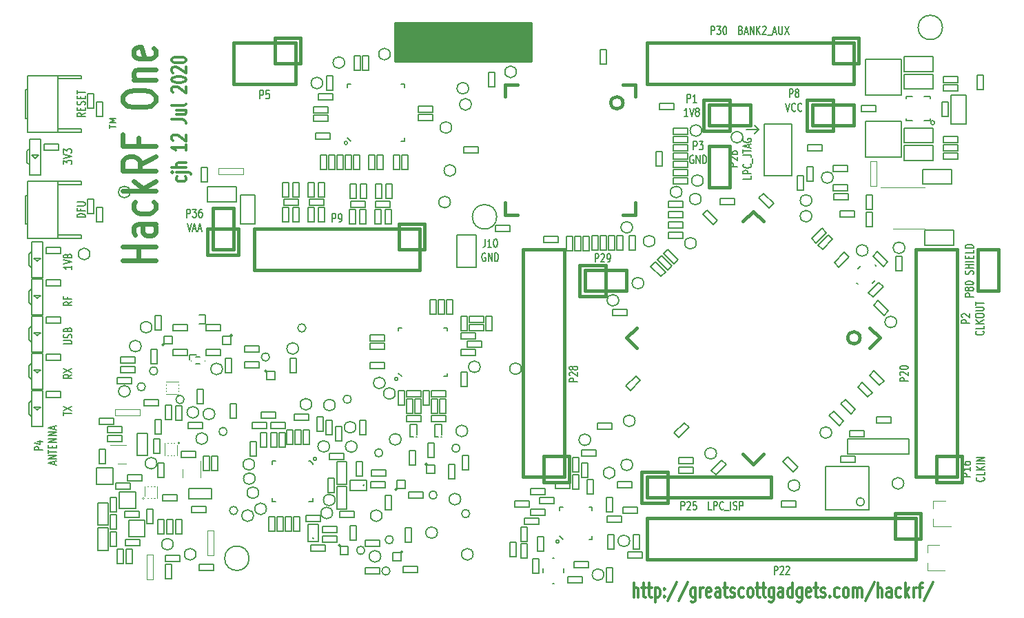
<source format=gto>
G04 #@! TF.GenerationSoftware,KiCad,Pcbnew,(5.1.6-0-10_14)*
G04 #@! TF.CreationDate,2020-07-14T16:12:35+10:00*
G04 #@! TF.ProjectId,hackrf-one,6861636b-7266-42d6-9f6e-652e6b696361,rev?*
G04 #@! TF.SameCoordinates,Original*
G04 #@! TF.FileFunction,Legend,Top*
G04 #@! TF.FilePolarity,Positive*
%FSLAX45Y45*%
G04 Gerber Fmt 4.5, Leading zero omitted, Abs format (unit mm)*
G04 Created by KiCad (PCBNEW (5.1.6-0-10_14)) date 2020-07-14 16:12:35*
%MOMM*%
%LPD*%
G01*
G04 APERTURE LIST*
%ADD10C,0.203200*%
%ADD11C,0.304800*%
%ADD12C,0.190500*%
%ADD13C,0.152400*%
%ADD14C,0.609600*%
%ADD15C,0.120000*%
%ADD16C,0.177800*%
%ADD17C,0.119380*%
%ADD18C,0.101600*%
%ADD19C,0.381000*%
%ADD20C,0.254000*%
G04 APERTURE END LIST*
D10*
X12540000Y-16520000D02*
G75*
G03*
X12540000Y-16520000I-20000J0D01*
G01*
X9560000Y-15500000D02*
G75*
G03*
X9560000Y-15500000I-20000J0D01*
G01*
X10560000Y-14520000D02*
G75*
G03*
X10560000Y-14520000I-20000J0D01*
G01*
X9940000Y-11620000D02*
G75*
G03*
X9940000Y-11620000I-20000J0D01*
G01*
D11*
X7951567Y-12032348D02*
X7960033Y-12044443D01*
X7960033Y-12068633D01*
X7951567Y-12080728D01*
X7943100Y-12086776D01*
X7926167Y-12092824D01*
X7875367Y-12092824D01*
X7858433Y-12086776D01*
X7849967Y-12080728D01*
X7841500Y-12068633D01*
X7841500Y-12044443D01*
X7849967Y-12032348D01*
X7841500Y-11977919D02*
X7993900Y-11977919D01*
X8010833Y-11983967D01*
X8019300Y-11996062D01*
X8019300Y-12002109D01*
X7782233Y-11977919D02*
X7790700Y-11983967D01*
X7799167Y-11977919D01*
X7790700Y-11971871D01*
X7782233Y-11977919D01*
X7799167Y-11977919D01*
X7960033Y-11917443D02*
X7782233Y-11917443D01*
X7960033Y-11863014D02*
X7866900Y-11863014D01*
X7849967Y-11869062D01*
X7841500Y-11881157D01*
X7841500Y-11899300D01*
X7849967Y-11911395D01*
X7858433Y-11917443D01*
X7960033Y-11639252D02*
X7960033Y-11711824D01*
X7960033Y-11675538D02*
X7782233Y-11675538D01*
X7807633Y-11687633D01*
X7824567Y-11699728D01*
X7833033Y-11711824D01*
X7799167Y-11590871D02*
X7790700Y-11584824D01*
X7782233Y-11572728D01*
X7782233Y-11542490D01*
X7790700Y-11530395D01*
X7799167Y-11524348D01*
X7816100Y-11518300D01*
X7833033Y-11518300D01*
X7858433Y-11524348D01*
X7960033Y-11596919D01*
X7960033Y-11518300D01*
X7782233Y-11330824D02*
X7909233Y-11330824D01*
X7934633Y-11336871D01*
X7951567Y-11348967D01*
X7960033Y-11367109D01*
X7960033Y-11379205D01*
X7841500Y-11215919D02*
X7960033Y-11215919D01*
X7841500Y-11270348D02*
X7934633Y-11270348D01*
X7951567Y-11264300D01*
X7960033Y-11252205D01*
X7960033Y-11234062D01*
X7951567Y-11221967D01*
X7943100Y-11215919D01*
X7960033Y-11137300D02*
X7951567Y-11149395D01*
X7934633Y-11155443D01*
X7782233Y-11155443D01*
X7799167Y-10998205D02*
X7790700Y-10992157D01*
X7782233Y-10980062D01*
X7782233Y-10949824D01*
X7790700Y-10937729D01*
X7799167Y-10931681D01*
X7816100Y-10925633D01*
X7833033Y-10925633D01*
X7858433Y-10931681D01*
X7960033Y-11004252D01*
X7960033Y-10925633D01*
X7782233Y-10847014D02*
X7782233Y-10834919D01*
X7790700Y-10822824D01*
X7799167Y-10816776D01*
X7816100Y-10810729D01*
X7849967Y-10804681D01*
X7892300Y-10804681D01*
X7926167Y-10810729D01*
X7943100Y-10816776D01*
X7951567Y-10822824D01*
X7960033Y-10834919D01*
X7960033Y-10847014D01*
X7951567Y-10859110D01*
X7943100Y-10865157D01*
X7926167Y-10871205D01*
X7892300Y-10877252D01*
X7849967Y-10877252D01*
X7816100Y-10871205D01*
X7799167Y-10865157D01*
X7790700Y-10859110D01*
X7782233Y-10847014D01*
X7799167Y-10756300D02*
X7790700Y-10750252D01*
X7782233Y-10738157D01*
X7782233Y-10707919D01*
X7790700Y-10695824D01*
X7799167Y-10689776D01*
X7816100Y-10683729D01*
X7833033Y-10683729D01*
X7858433Y-10689776D01*
X7960033Y-10762348D01*
X7960033Y-10683729D01*
X7782233Y-10605110D02*
X7782233Y-10593014D01*
X7790700Y-10580919D01*
X7799167Y-10574871D01*
X7816100Y-10568824D01*
X7849967Y-10562776D01*
X7892300Y-10562776D01*
X7926167Y-10568824D01*
X7943100Y-10574871D01*
X7951567Y-10580919D01*
X7960033Y-10593014D01*
X7960033Y-10605110D01*
X7951567Y-10617205D01*
X7943100Y-10623252D01*
X7926167Y-10629300D01*
X7892300Y-10635348D01*
X7849967Y-10635348D01*
X7816100Y-10629300D01*
X7799167Y-10623252D01*
X7790700Y-10617205D01*
X7782233Y-10605110D01*
D12*
X9753757Y-12592962D02*
X9753757Y-12491362D01*
X9782786Y-12491362D01*
X9790043Y-12496200D01*
X9793671Y-12501038D01*
X9797300Y-12510714D01*
X9797300Y-12525228D01*
X9793671Y-12534905D01*
X9790043Y-12539743D01*
X9782786Y-12544581D01*
X9753757Y-12544581D01*
X9833586Y-12592962D02*
X9848100Y-12592962D01*
X9855357Y-12588124D01*
X9858986Y-12583286D01*
X9866243Y-12568771D01*
X9869871Y-12549419D01*
X9869871Y-12510714D01*
X9866243Y-12501038D01*
X9862614Y-12496200D01*
X9855357Y-12491362D01*
X9840843Y-12491362D01*
X9833586Y-12496200D01*
X9829957Y-12501038D01*
X9826329Y-12510714D01*
X9826329Y-12534905D01*
X9829957Y-12544581D01*
X9833586Y-12549419D01*
X9840843Y-12554257D01*
X9855357Y-12554257D01*
X9862614Y-12549419D01*
X9866243Y-12544581D01*
X9869871Y-12534905D01*
X11630454Y-12799337D02*
X11630454Y-12871908D01*
X11626826Y-12886423D01*
X11619568Y-12896099D01*
X11608683Y-12900937D01*
X11601426Y-12900937D01*
X11706654Y-12900937D02*
X11663111Y-12900937D01*
X11684883Y-12900937D02*
X11684883Y-12799337D01*
X11677626Y-12813851D01*
X11670368Y-12823527D01*
X11663111Y-12828365D01*
X11753826Y-12799337D02*
X11761083Y-12799337D01*
X11768340Y-12804175D01*
X11771968Y-12809013D01*
X11775597Y-12818689D01*
X11779226Y-12838042D01*
X11779226Y-12862232D01*
X11775597Y-12881584D01*
X11771968Y-12891261D01*
X11768340Y-12896099D01*
X11761083Y-12900937D01*
X11753826Y-12900937D01*
X11746568Y-12896099D01*
X11742940Y-12891261D01*
X11739311Y-12881584D01*
X11735683Y-12862232D01*
X11735683Y-12838042D01*
X11739311Y-12818689D01*
X11742940Y-12809013D01*
X11746568Y-12804175D01*
X11753826Y-12799337D01*
X11634083Y-12975625D02*
X11626826Y-12970787D01*
X11615940Y-12970787D01*
X11605054Y-12975625D01*
X11597797Y-12985301D01*
X11594168Y-12994977D01*
X11590540Y-13014330D01*
X11590540Y-13028844D01*
X11594168Y-13048196D01*
X11597797Y-13057873D01*
X11605054Y-13067549D01*
X11615940Y-13072387D01*
X11623197Y-13072387D01*
X11634083Y-13067549D01*
X11637711Y-13062711D01*
X11637711Y-13028844D01*
X11623197Y-13028844D01*
X11670368Y-13072387D02*
X11670368Y-12970787D01*
X11713911Y-13072387D01*
X11713911Y-12970787D01*
X11750197Y-13072387D02*
X11750197Y-12970787D01*
X11768340Y-12970787D01*
X11779226Y-12975625D01*
X11786483Y-12985301D01*
X11790111Y-12994977D01*
X11793740Y-13014330D01*
X11793740Y-13028844D01*
X11790111Y-13048196D01*
X11786483Y-13057873D01*
X11779226Y-13067549D01*
X11768340Y-13072387D01*
X11750197Y-13072387D01*
X17630902Y-13508934D02*
X17529302Y-13508934D01*
X17529302Y-13479906D01*
X17534140Y-13472648D01*
X17538978Y-13469020D01*
X17548654Y-13465391D01*
X17563169Y-13465391D01*
X17572845Y-13469020D01*
X17577683Y-13472648D01*
X17582521Y-13479906D01*
X17582521Y-13508934D01*
X17572845Y-13421848D02*
X17568007Y-13429106D01*
X17563169Y-13432734D01*
X17553492Y-13436363D01*
X17548654Y-13436363D01*
X17538978Y-13432734D01*
X17534140Y-13429106D01*
X17529302Y-13421848D01*
X17529302Y-13407334D01*
X17534140Y-13400077D01*
X17538978Y-13396448D01*
X17548654Y-13392820D01*
X17553492Y-13392820D01*
X17563169Y-13396448D01*
X17568007Y-13400077D01*
X17572845Y-13407334D01*
X17572845Y-13421848D01*
X17577683Y-13429106D01*
X17582521Y-13432734D01*
X17592197Y-13436363D01*
X17611550Y-13436363D01*
X17621226Y-13432734D01*
X17626064Y-13429106D01*
X17630902Y-13421848D01*
X17630902Y-13407334D01*
X17626064Y-13400077D01*
X17621226Y-13396448D01*
X17611550Y-13392820D01*
X17592197Y-13392820D01*
X17582521Y-13396448D01*
X17577683Y-13400077D01*
X17572845Y-13407334D01*
X17529302Y-13345648D02*
X17529302Y-13338391D01*
X17534140Y-13331134D01*
X17538978Y-13327506D01*
X17548654Y-13323877D01*
X17568007Y-13320248D01*
X17592197Y-13320248D01*
X17611550Y-13323877D01*
X17621226Y-13327506D01*
X17626064Y-13331134D01*
X17630902Y-13338391D01*
X17630902Y-13345648D01*
X17626064Y-13352906D01*
X17621226Y-13356534D01*
X17611550Y-13360163D01*
X17592197Y-13363791D01*
X17568007Y-13363791D01*
X17548654Y-13360163D01*
X17538978Y-13356534D01*
X17534140Y-13352906D01*
X17529302Y-13345648D01*
X17626064Y-13233163D02*
X17630902Y-13222277D01*
X17630902Y-13204134D01*
X17626064Y-13196877D01*
X17621226Y-13193248D01*
X17611550Y-13189620D01*
X17601873Y-13189620D01*
X17592197Y-13193248D01*
X17587359Y-13196877D01*
X17582521Y-13204134D01*
X17577683Y-13218648D01*
X17572845Y-13225906D01*
X17568007Y-13229534D01*
X17558330Y-13233163D01*
X17548654Y-13233163D01*
X17538978Y-13229534D01*
X17534140Y-13225906D01*
X17529302Y-13218648D01*
X17529302Y-13200506D01*
X17534140Y-13189620D01*
X17630902Y-13156963D02*
X17529302Y-13156963D01*
X17577683Y-13156963D02*
X17577683Y-13113420D01*
X17630902Y-13113420D02*
X17529302Y-13113420D01*
X17630902Y-13077134D02*
X17529302Y-13077134D01*
X17577683Y-13040848D02*
X17577683Y-13015448D01*
X17630902Y-13004563D02*
X17630902Y-13040848D01*
X17529302Y-13040848D01*
X17529302Y-13004563D01*
X17630902Y-12935620D02*
X17630902Y-12971906D01*
X17529302Y-12971906D01*
X17630902Y-12910220D02*
X17529302Y-12910220D01*
X17529302Y-12892077D01*
X17534140Y-12881191D01*
X17543816Y-12873934D01*
X17553492Y-12870306D01*
X17572845Y-12866677D01*
X17587359Y-12866677D01*
X17606711Y-12870306D01*
X17616388Y-12873934D01*
X17626064Y-12881191D01*
X17630902Y-12892077D01*
X17630902Y-12910220D01*
X8864757Y-11076582D02*
X8864757Y-10974982D01*
X8893786Y-10974982D01*
X8901043Y-10979820D01*
X8904671Y-10984658D01*
X8908300Y-10994334D01*
X8908300Y-11008849D01*
X8904671Y-11018525D01*
X8901043Y-11023363D01*
X8893786Y-11028201D01*
X8864757Y-11028201D01*
X8977243Y-10974982D02*
X8940957Y-10974982D01*
X8937329Y-11023363D01*
X8940957Y-11018525D01*
X8948214Y-11013687D01*
X8966357Y-11013687D01*
X8973614Y-11018525D01*
X8977243Y-11023363D01*
X8980871Y-11033039D01*
X8980871Y-11057230D01*
X8977243Y-11066906D01*
X8973614Y-11071744D01*
X8966357Y-11076582D01*
X8948214Y-11076582D01*
X8940957Y-11071744D01*
X8937329Y-11066906D01*
X6715962Y-11250671D02*
X6667581Y-11276071D01*
X6715962Y-11294214D02*
X6614362Y-11294214D01*
X6614362Y-11265186D01*
X6619200Y-11257928D01*
X6624038Y-11254300D01*
X6633714Y-11250671D01*
X6648228Y-11250671D01*
X6657905Y-11254300D01*
X6662743Y-11257928D01*
X6667581Y-11265186D01*
X6667581Y-11294214D01*
X6662743Y-11218014D02*
X6662743Y-11192614D01*
X6715962Y-11181729D02*
X6715962Y-11218014D01*
X6614362Y-11218014D01*
X6614362Y-11181729D01*
X6711124Y-11152700D02*
X6715962Y-11141814D01*
X6715962Y-11123671D01*
X6711124Y-11116414D01*
X6706286Y-11112786D01*
X6696609Y-11109157D01*
X6686933Y-11109157D01*
X6677257Y-11112786D01*
X6672419Y-11116414D01*
X6667581Y-11123671D01*
X6662743Y-11138186D01*
X6657905Y-11145443D01*
X6653067Y-11149071D01*
X6643390Y-11152700D01*
X6633714Y-11152700D01*
X6624038Y-11149071D01*
X6619200Y-11145443D01*
X6614362Y-11138186D01*
X6614362Y-11120043D01*
X6619200Y-11109157D01*
X6662743Y-11076500D02*
X6662743Y-11051100D01*
X6715962Y-11040214D02*
X6715962Y-11076500D01*
X6614362Y-11076500D01*
X6614362Y-11040214D01*
X6614362Y-11018443D02*
X6614362Y-10974900D01*
X6715962Y-10996671D02*
X6614362Y-10996671D01*
X6715962Y-12532528D02*
X6614362Y-12532528D01*
X6614362Y-12514386D01*
X6619200Y-12503500D01*
X6628876Y-12496243D01*
X6638552Y-12492614D01*
X6657905Y-12488986D01*
X6672419Y-12488986D01*
X6691771Y-12492614D01*
X6701448Y-12496243D01*
X6711124Y-12503500D01*
X6715962Y-12514386D01*
X6715962Y-12532528D01*
X6662743Y-12430928D02*
X6662743Y-12456328D01*
X6715962Y-12456328D02*
X6614362Y-12456328D01*
X6614362Y-12420043D01*
X6614362Y-12391014D02*
X6696609Y-12391014D01*
X6706286Y-12387386D01*
X6711124Y-12383757D01*
X6715962Y-12376500D01*
X6715962Y-12361986D01*
X6711124Y-12354728D01*
X6706286Y-12351100D01*
X6696609Y-12347471D01*
X6614362Y-12347471D01*
D13*
X7019991Y-11441374D02*
X7019991Y-11397831D01*
X7096191Y-11419603D02*
X7019991Y-11419603D01*
X7096191Y-11372431D02*
X7019991Y-11372431D01*
X7074420Y-11347031D01*
X7019991Y-11321631D01*
X7096191Y-11321631D01*
D12*
X6553962Y-13572071D02*
X6505581Y-13597471D01*
X6553962Y-13615614D02*
X6452362Y-13615614D01*
X6452362Y-13586586D01*
X6457200Y-13579328D01*
X6462038Y-13575700D01*
X6471714Y-13572071D01*
X6486228Y-13572071D01*
X6495905Y-13575700D01*
X6500743Y-13579328D01*
X6505581Y-13586586D01*
X6505581Y-13615614D01*
X6500743Y-13514014D02*
X6500743Y-13539414D01*
X6553962Y-13539414D02*
X6452362Y-13539414D01*
X6452362Y-13503128D01*
D14*
X7580848Y-13065886D02*
X7174448Y-13065886D01*
X7367971Y-13065886D02*
X7367971Y-12891714D01*
X7580848Y-12891714D02*
X7174448Y-12891714D01*
X7580848Y-12615943D02*
X7367971Y-12615943D01*
X7329267Y-12630457D01*
X7309914Y-12659486D01*
X7309914Y-12717543D01*
X7329267Y-12746571D01*
X7561495Y-12615943D02*
X7580848Y-12644971D01*
X7580848Y-12717543D01*
X7561495Y-12746571D01*
X7522790Y-12761086D01*
X7484086Y-12761086D01*
X7445381Y-12746571D01*
X7426028Y-12717543D01*
X7426028Y-12644971D01*
X7406676Y-12615943D01*
X7561495Y-12340171D02*
X7580848Y-12369200D01*
X7580848Y-12427257D01*
X7561495Y-12456286D01*
X7542143Y-12470800D01*
X7503438Y-12485314D01*
X7387324Y-12485314D01*
X7348619Y-12470800D01*
X7329267Y-12456286D01*
X7309914Y-12427257D01*
X7309914Y-12369200D01*
X7329267Y-12340171D01*
X7580848Y-12209543D02*
X7174448Y-12209543D01*
X7426028Y-12180514D02*
X7580848Y-12093428D01*
X7309914Y-12093428D02*
X7464733Y-12209543D01*
X7580848Y-11788628D02*
X7387324Y-11890228D01*
X7580848Y-11962800D02*
X7174448Y-11962800D01*
X7174448Y-11846686D01*
X7193800Y-11817657D01*
X7213152Y-11803143D01*
X7251857Y-11788628D01*
X7309914Y-11788628D01*
X7348619Y-11803143D01*
X7367971Y-11817657D01*
X7387324Y-11846686D01*
X7387324Y-11962800D01*
X7367971Y-11556400D02*
X7367971Y-11658000D01*
X7580848Y-11658000D02*
X7174448Y-11658000D01*
X7174448Y-11512857D01*
X7174448Y-11106457D02*
X7174448Y-11048400D01*
X7193800Y-11019371D01*
X7232505Y-10990343D01*
X7309914Y-10975829D01*
X7445381Y-10975829D01*
X7522790Y-10990343D01*
X7561495Y-11019371D01*
X7580848Y-11048400D01*
X7580848Y-11106457D01*
X7561495Y-11135486D01*
X7522790Y-11164514D01*
X7445381Y-11179029D01*
X7309914Y-11179029D01*
X7232505Y-11164514D01*
X7193800Y-11135486D01*
X7174448Y-11106457D01*
X7309914Y-10845200D02*
X7580848Y-10845200D01*
X7348619Y-10845200D02*
X7329267Y-10830686D01*
X7309914Y-10801657D01*
X7309914Y-10758114D01*
X7329267Y-10729086D01*
X7367971Y-10714571D01*
X7580848Y-10714571D01*
X7561495Y-10453314D02*
X7580848Y-10482343D01*
X7580848Y-10540400D01*
X7561495Y-10569429D01*
X7522790Y-10583943D01*
X7367971Y-10583943D01*
X7329267Y-10569429D01*
X7309914Y-10540400D01*
X7309914Y-10482343D01*
X7329267Y-10453314D01*
X7367971Y-10438800D01*
X7406676Y-10438800D01*
X7445381Y-10583943D01*
D10*
X14993620Y-11457940D02*
X14841220Y-11457940D01*
X14993620Y-11457940D02*
X14942820Y-11508740D01*
X14993620Y-11457940D02*
X14942820Y-11407140D01*
D12*
X6553962Y-13127571D02*
X6553962Y-13171114D01*
X6553962Y-13149343D02*
X6452362Y-13149343D01*
X6466876Y-13156600D01*
X6476552Y-13163857D01*
X6481390Y-13171114D01*
X6452362Y-13105800D02*
X6553962Y-13080400D01*
X6452362Y-13055000D01*
X6495905Y-13018714D02*
X6491067Y-13025971D01*
X6486228Y-13029600D01*
X6476552Y-13033228D01*
X6471714Y-13033228D01*
X6462038Y-13029600D01*
X6457200Y-13025971D01*
X6452362Y-13018714D01*
X6452362Y-13004200D01*
X6457200Y-12996943D01*
X6462038Y-12993314D01*
X6471714Y-12989686D01*
X6476552Y-12989686D01*
X6486228Y-12993314D01*
X6491067Y-12996943D01*
X6495905Y-13004200D01*
X6495905Y-13018714D01*
X6500743Y-13025971D01*
X6505581Y-13029600D01*
X6515257Y-13033228D01*
X6534609Y-13033228D01*
X6544286Y-13029600D01*
X6549124Y-13025971D01*
X6553962Y-13018714D01*
X6553962Y-13004200D01*
X6549124Y-12996943D01*
X6544286Y-12993314D01*
X6534609Y-12989686D01*
X6515257Y-12989686D01*
X6505581Y-12993314D01*
X6500743Y-12996943D01*
X6495905Y-13004200D01*
X6452362Y-11879343D02*
X6452362Y-11832171D01*
X6491067Y-11857571D01*
X6491067Y-11846686D01*
X6495905Y-11839428D01*
X6500743Y-11835800D01*
X6510419Y-11832171D01*
X6534609Y-11832171D01*
X6544286Y-11835800D01*
X6549124Y-11839428D01*
X6553962Y-11846686D01*
X6553962Y-11868457D01*
X6549124Y-11875714D01*
X6544286Y-11879343D01*
X6452362Y-11810400D02*
X6553962Y-11785000D01*
X6452362Y-11759600D01*
X6452362Y-11741457D02*
X6452362Y-11694286D01*
X6491067Y-11719686D01*
X6491067Y-11708800D01*
X6495905Y-11701543D01*
X6500743Y-11697914D01*
X6510419Y-11694286D01*
X6534609Y-11694286D01*
X6544286Y-11697914D01*
X6549124Y-11701543D01*
X6553962Y-11708800D01*
X6553962Y-11730571D01*
X6549124Y-11737828D01*
X6544286Y-11741457D01*
X6452362Y-14090957D02*
X6534609Y-14090957D01*
X6544286Y-14087328D01*
X6549124Y-14083700D01*
X6553962Y-14076443D01*
X6553962Y-14061928D01*
X6549124Y-14054671D01*
X6544286Y-14051043D01*
X6534609Y-14047414D01*
X6452362Y-14047414D01*
X6549124Y-14014757D02*
X6553962Y-14003871D01*
X6553962Y-13985728D01*
X6549124Y-13978471D01*
X6544286Y-13974843D01*
X6534609Y-13971214D01*
X6524933Y-13971214D01*
X6515257Y-13974843D01*
X6510419Y-13978471D01*
X6505581Y-13985728D01*
X6500743Y-14000243D01*
X6495905Y-14007500D01*
X6491067Y-14011128D01*
X6481390Y-14014757D01*
X6471714Y-14014757D01*
X6462038Y-14011128D01*
X6457200Y-14007500D01*
X6452362Y-14000243D01*
X6452362Y-13982100D01*
X6457200Y-13971214D01*
X6500743Y-13913157D02*
X6505581Y-13902271D01*
X6510419Y-13898643D01*
X6520095Y-13895014D01*
X6534609Y-13895014D01*
X6544286Y-13898643D01*
X6549124Y-13902271D01*
X6553962Y-13909528D01*
X6553962Y-13938557D01*
X6452362Y-13938557D01*
X6452362Y-13913157D01*
X6457200Y-13905900D01*
X6462038Y-13902271D01*
X6471714Y-13898643D01*
X6481390Y-13898643D01*
X6491067Y-13902271D01*
X6495905Y-13905900D01*
X6500743Y-13913157D01*
X6500743Y-13938557D01*
X6553962Y-14464700D02*
X6505581Y-14490100D01*
X6553962Y-14508243D02*
X6452362Y-14508243D01*
X6452362Y-14479214D01*
X6457200Y-14471957D01*
X6462038Y-14468328D01*
X6471714Y-14464700D01*
X6486228Y-14464700D01*
X6495905Y-14468328D01*
X6500743Y-14471957D01*
X6505581Y-14479214D01*
X6505581Y-14508243D01*
X6452362Y-14439300D02*
X6553962Y-14388500D01*
X6452362Y-14388500D02*
X6553962Y-14439300D01*
X6452362Y-14967257D02*
X6452362Y-14923714D01*
X6553962Y-14945486D02*
X6452362Y-14945486D01*
X6452362Y-14905571D02*
X6553962Y-14854771D01*
X6452362Y-14854771D02*
X6553962Y-14905571D01*
X14113757Y-11120237D02*
X14113757Y-11018637D01*
X14142786Y-11018637D01*
X14150043Y-11023475D01*
X14153671Y-11028313D01*
X14157300Y-11037989D01*
X14157300Y-11052504D01*
X14153671Y-11062180D01*
X14150043Y-11067018D01*
X14142786Y-11071856D01*
X14113757Y-11071856D01*
X14229871Y-11120237D02*
X14186328Y-11120237D01*
X14208100Y-11120237D02*
X14208100Y-11018637D01*
X14200843Y-11033151D01*
X14193586Y-11042827D01*
X14186328Y-11047665D01*
X14122828Y-11291687D02*
X14079286Y-11291687D01*
X14101057Y-11291687D02*
X14101057Y-11190087D01*
X14093800Y-11204601D01*
X14086543Y-11214277D01*
X14079286Y-11219115D01*
X14144600Y-11190087D02*
X14170000Y-11291687D01*
X14195400Y-11190087D01*
X14231686Y-11233630D02*
X14224428Y-11228792D01*
X14220800Y-11223953D01*
X14217171Y-11214277D01*
X14217171Y-11209439D01*
X14220800Y-11199763D01*
X14224428Y-11194925D01*
X14231686Y-11190087D01*
X14246200Y-11190087D01*
X14253457Y-11194925D01*
X14257086Y-11199763D01*
X14260714Y-11209439D01*
X14260714Y-11214277D01*
X14257086Y-11223953D01*
X14253457Y-11228792D01*
X14246200Y-11233630D01*
X14231686Y-11233630D01*
X14224428Y-11238468D01*
X14220800Y-11243306D01*
X14217171Y-11252982D01*
X14217171Y-11272334D01*
X14220800Y-11282011D01*
X14224428Y-11286849D01*
X14231686Y-11291687D01*
X14246200Y-11291687D01*
X14253457Y-11286849D01*
X14257086Y-11282011D01*
X14260714Y-11272334D01*
X14260714Y-11252982D01*
X14257086Y-11243306D01*
X14253457Y-11238468D01*
X14246200Y-11233630D01*
X15369697Y-11059437D02*
X15369697Y-10957837D01*
X15398726Y-10957837D01*
X15405983Y-10962675D01*
X15409611Y-10967513D01*
X15413240Y-10977189D01*
X15413240Y-10991704D01*
X15409611Y-11001380D01*
X15405983Y-11006218D01*
X15398726Y-11011056D01*
X15369697Y-11011056D01*
X15456783Y-11001380D02*
X15449526Y-10996542D01*
X15445897Y-10991704D01*
X15442268Y-10982027D01*
X15442268Y-10977189D01*
X15445897Y-10967513D01*
X15449526Y-10962675D01*
X15456783Y-10957837D01*
X15471297Y-10957837D01*
X15478554Y-10962675D01*
X15482183Y-10967513D01*
X15485811Y-10977189D01*
X15485811Y-10982027D01*
X15482183Y-10991704D01*
X15478554Y-10996542D01*
X15471297Y-11001380D01*
X15456783Y-11001380D01*
X15449526Y-11006218D01*
X15445897Y-11011056D01*
X15442268Y-11020732D01*
X15442268Y-11040085D01*
X15445897Y-11049761D01*
X15449526Y-11054599D01*
X15456783Y-11059437D01*
X15471297Y-11059437D01*
X15478554Y-11054599D01*
X15482183Y-11049761D01*
X15485811Y-11040085D01*
X15485811Y-11020732D01*
X15482183Y-11011056D01*
X15478554Y-11006218D01*
X15471297Y-11001380D01*
X15324340Y-11129287D02*
X15349740Y-11230887D01*
X15375140Y-11129287D01*
X15444083Y-11221211D02*
X15440454Y-11226049D01*
X15429568Y-11230887D01*
X15422311Y-11230887D01*
X15411426Y-11226049D01*
X15404168Y-11216373D01*
X15400540Y-11206696D01*
X15396911Y-11187344D01*
X15396911Y-11172830D01*
X15400540Y-11153477D01*
X15404168Y-11143801D01*
X15411426Y-11134125D01*
X15422311Y-11129287D01*
X15429568Y-11129287D01*
X15440454Y-11134125D01*
X15444083Y-11138963D01*
X15520283Y-11221211D02*
X15516654Y-11226049D01*
X15505768Y-11230887D01*
X15498511Y-11230887D01*
X15487626Y-11226049D01*
X15480368Y-11216373D01*
X15476740Y-11206696D01*
X15473111Y-11187344D01*
X15473111Y-11172830D01*
X15476740Y-11153477D01*
X15480368Y-11143801D01*
X15487626Y-11134125D01*
X15498511Y-11129287D01*
X15505768Y-11129287D01*
X15516654Y-11134125D01*
X15520283Y-11138963D01*
X16825722Y-14547068D02*
X16724122Y-14547068D01*
X16724122Y-14518040D01*
X16728960Y-14510783D01*
X16733798Y-14507154D01*
X16743474Y-14503526D01*
X16757988Y-14503526D01*
X16767665Y-14507154D01*
X16772503Y-14510783D01*
X16777341Y-14518040D01*
X16777341Y-14547068D01*
X16733798Y-14474497D02*
X16728960Y-14470868D01*
X16724122Y-14463611D01*
X16724122Y-14445468D01*
X16728960Y-14438211D01*
X16733798Y-14434583D01*
X16743474Y-14430954D01*
X16753150Y-14430954D01*
X16767665Y-14434583D01*
X16825722Y-14478126D01*
X16825722Y-14430954D01*
X16724122Y-14383783D02*
X16724122Y-14376526D01*
X16728960Y-14369268D01*
X16733798Y-14365640D01*
X16743474Y-14362011D01*
X16762827Y-14358383D01*
X16787017Y-14358383D01*
X16806370Y-14362011D01*
X16816046Y-14365640D01*
X16820884Y-14369268D01*
X16825722Y-14376526D01*
X16825722Y-14383783D01*
X16820884Y-14391040D01*
X16816046Y-14394668D01*
X16806370Y-14398297D01*
X16787017Y-14401926D01*
X16762827Y-14401926D01*
X16743474Y-14398297D01*
X16733798Y-14394668D01*
X16728960Y-14391040D01*
X16724122Y-14383783D01*
X15183551Y-16921122D02*
X15183551Y-16819522D01*
X15212580Y-16819522D01*
X15219837Y-16824360D01*
X15223466Y-16829198D01*
X15227094Y-16838874D01*
X15227094Y-16853389D01*
X15223466Y-16863065D01*
X15219837Y-16867903D01*
X15212580Y-16872741D01*
X15183551Y-16872741D01*
X15256123Y-16829198D02*
X15259751Y-16824360D01*
X15267008Y-16819522D01*
X15285151Y-16819522D01*
X15292408Y-16824360D01*
X15296037Y-16829198D01*
X15299666Y-16838874D01*
X15299666Y-16848550D01*
X15296037Y-16863065D01*
X15252494Y-16921122D01*
X15299666Y-16921122D01*
X15328694Y-16829198D02*
X15332323Y-16824360D01*
X15339580Y-16819522D01*
X15357723Y-16819522D01*
X15364980Y-16824360D01*
X15368608Y-16829198D01*
X15372237Y-16838874D01*
X15372237Y-16848550D01*
X15368608Y-16863065D01*
X15325066Y-16921122D01*
X15372237Y-16921122D01*
X14038374Y-16128642D02*
X14038374Y-16027042D01*
X14067403Y-16027042D01*
X14074660Y-16031880D01*
X14078288Y-16036718D01*
X14081917Y-16046394D01*
X14081917Y-16060908D01*
X14078288Y-16070585D01*
X14074660Y-16075423D01*
X14067403Y-16080261D01*
X14038374Y-16080261D01*
X14110946Y-16036718D02*
X14114574Y-16031880D01*
X14121831Y-16027042D01*
X14139974Y-16027042D01*
X14147231Y-16031880D01*
X14150860Y-16036718D01*
X14154488Y-16046394D01*
X14154488Y-16056070D01*
X14150860Y-16070585D01*
X14107317Y-16128642D01*
X14154488Y-16128642D01*
X14223431Y-16027042D02*
X14187146Y-16027042D01*
X14183517Y-16075423D01*
X14187146Y-16070585D01*
X14194403Y-16065747D01*
X14212546Y-16065747D01*
X14219803Y-16070585D01*
X14223431Y-16075423D01*
X14227060Y-16085099D01*
X14227060Y-16109289D01*
X14223431Y-16118966D01*
X14219803Y-16123804D01*
X14212546Y-16128642D01*
X14194403Y-16128642D01*
X14187146Y-16123804D01*
X14183517Y-16118966D01*
X14412117Y-16128642D02*
X14375831Y-16128642D01*
X14375831Y-16027042D01*
X14437517Y-16128642D02*
X14437517Y-16027042D01*
X14466546Y-16027042D01*
X14473803Y-16031880D01*
X14477431Y-16036718D01*
X14481060Y-16046394D01*
X14481060Y-16060908D01*
X14477431Y-16070585D01*
X14473803Y-16075423D01*
X14466546Y-16080261D01*
X14437517Y-16080261D01*
X14557260Y-16118966D02*
X14553631Y-16123804D01*
X14542746Y-16128642D01*
X14535488Y-16128642D01*
X14524603Y-16123804D01*
X14517346Y-16114128D01*
X14513717Y-16104451D01*
X14510088Y-16085099D01*
X14510088Y-16070585D01*
X14513717Y-16051232D01*
X14517346Y-16041556D01*
X14524603Y-16031880D01*
X14535488Y-16027042D01*
X14542746Y-16027042D01*
X14553631Y-16031880D01*
X14557260Y-16036718D01*
X14571774Y-16138318D02*
X14629831Y-16138318D01*
X14647974Y-16128642D02*
X14647974Y-16027042D01*
X14680631Y-16123804D02*
X14691517Y-16128642D01*
X14709660Y-16128642D01*
X14716917Y-16123804D01*
X14720546Y-16118966D01*
X14724174Y-16109289D01*
X14724174Y-16099613D01*
X14720546Y-16089937D01*
X14716917Y-16085099D01*
X14709660Y-16080261D01*
X14695146Y-16075423D01*
X14687888Y-16070585D01*
X14684260Y-16065747D01*
X14680631Y-16056070D01*
X14680631Y-16046394D01*
X14684260Y-16036718D01*
X14687888Y-16031880D01*
X14695146Y-16027042D01*
X14713288Y-16027042D01*
X14724174Y-16031880D01*
X14756831Y-16128642D02*
X14756831Y-16027042D01*
X14785860Y-16027042D01*
X14793117Y-16031880D01*
X14796746Y-16036718D01*
X14800374Y-16046394D01*
X14800374Y-16060908D01*
X14796746Y-16070585D01*
X14793117Y-16075423D01*
X14785860Y-16080261D01*
X14756831Y-16080261D01*
X12766802Y-14552148D02*
X12665202Y-14552148D01*
X12665202Y-14523120D01*
X12670040Y-14515863D01*
X12674878Y-14512234D01*
X12684554Y-14508606D01*
X12699068Y-14508606D01*
X12708745Y-14512234D01*
X12713583Y-14515863D01*
X12718421Y-14523120D01*
X12718421Y-14552148D01*
X12674878Y-14479577D02*
X12670040Y-14475948D01*
X12665202Y-14468691D01*
X12665202Y-14450548D01*
X12670040Y-14443291D01*
X12674878Y-14439663D01*
X12684554Y-14436034D01*
X12694230Y-14436034D01*
X12708745Y-14439663D01*
X12766802Y-14483206D01*
X12766802Y-14436034D01*
X12708745Y-14392491D02*
X12703907Y-14399748D01*
X12699068Y-14403377D01*
X12689392Y-14407006D01*
X12684554Y-14407006D01*
X12674878Y-14403377D01*
X12670040Y-14399748D01*
X12665202Y-14392491D01*
X12665202Y-14377977D01*
X12670040Y-14370720D01*
X12674878Y-14367091D01*
X12684554Y-14363463D01*
X12689392Y-14363463D01*
X12699068Y-14367091D01*
X12703907Y-14370720D01*
X12708745Y-14377977D01*
X12708745Y-14392491D01*
X12713583Y-14399748D01*
X12718421Y-14403377D01*
X12728097Y-14407006D01*
X12747449Y-14407006D01*
X12757126Y-14403377D01*
X12761964Y-14399748D01*
X12766802Y-14392491D01*
X12766802Y-14377977D01*
X12761964Y-14370720D01*
X12757126Y-14367091D01*
X12747449Y-14363463D01*
X12728097Y-14363463D01*
X12718421Y-14367091D01*
X12713583Y-14370720D01*
X12708745Y-14377977D01*
X14730857Y-11908008D02*
X14629257Y-11908008D01*
X14629257Y-11878980D01*
X14634095Y-11871723D01*
X14638933Y-11868094D01*
X14648609Y-11864466D01*
X14663123Y-11864466D01*
X14672800Y-11868094D01*
X14677638Y-11871723D01*
X14682476Y-11878980D01*
X14682476Y-11908008D01*
X14638933Y-11835437D02*
X14634095Y-11831808D01*
X14629257Y-11824551D01*
X14629257Y-11806408D01*
X14634095Y-11799151D01*
X14638933Y-11795523D01*
X14648609Y-11791894D01*
X14658285Y-11791894D01*
X14672800Y-11795523D01*
X14730857Y-11839066D01*
X14730857Y-11791894D01*
X14629257Y-11726580D02*
X14629257Y-11741094D01*
X14634095Y-11748351D01*
X14638933Y-11751980D01*
X14653447Y-11759237D01*
X14672800Y-11762866D01*
X14711504Y-11762866D01*
X14721181Y-11759237D01*
X14726019Y-11755608D01*
X14730857Y-11748351D01*
X14730857Y-11733837D01*
X14726019Y-11726580D01*
X14721181Y-11722951D01*
X14711504Y-11719323D01*
X14687314Y-11719323D01*
X14677638Y-11722951D01*
X14672800Y-11726580D01*
X14667962Y-11733837D01*
X14667962Y-11748351D01*
X14672800Y-11755608D01*
X14677638Y-11759237D01*
X14687314Y-11762866D01*
X14902307Y-12025937D02*
X14902307Y-12062223D01*
X14800707Y-12062223D01*
X14902307Y-12000537D02*
X14800707Y-12000537D01*
X14800707Y-11971508D01*
X14805545Y-11964251D01*
X14810383Y-11960623D01*
X14820059Y-11956994D01*
X14834573Y-11956994D01*
X14844250Y-11960623D01*
X14849088Y-11964251D01*
X14853926Y-11971508D01*
X14853926Y-12000537D01*
X14892631Y-11880794D02*
X14897469Y-11884423D01*
X14902307Y-11895308D01*
X14902307Y-11902566D01*
X14897469Y-11913451D01*
X14887793Y-11920708D01*
X14878116Y-11924337D01*
X14858764Y-11927966D01*
X14844250Y-11927966D01*
X14824897Y-11924337D01*
X14815221Y-11920708D01*
X14805545Y-11913451D01*
X14800707Y-11902566D01*
X14800707Y-11895308D01*
X14805545Y-11884423D01*
X14810383Y-11880794D01*
X14911983Y-11866280D02*
X14911983Y-11808223D01*
X14800707Y-11768308D02*
X14873278Y-11768308D01*
X14887793Y-11771937D01*
X14897469Y-11779194D01*
X14902307Y-11790080D01*
X14902307Y-11797337D01*
X14800707Y-11742908D02*
X14800707Y-11699366D01*
X14902307Y-11721137D02*
X14800707Y-11721137D01*
X14873278Y-11677594D02*
X14873278Y-11641308D01*
X14902307Y-11684851D02*
X14800707Y-11659451D01*
X14902307Y-11634051D01*
X14805545Y-11568737D02*
X14800707Y-11575994D01*
X14800707Y-11586880D01*
X14805545Y-11597766D01*
X14815221Y-11605023D01*
X14824897Y-11608651D01*
X14844250Y-11612280D01*
X14858764Y-11612280D01*
X14878116Y-11608651D01*
X14887793Y-11605023D01*
X14897469Y-11597766D01*
X14902307Y-11586880D01*
X14902307Y-11579623D01*
X14897469Y-11568737D01*
X14892631Y-11565108D01*
X14858764Y-11565108D01*
X14858764Y-11579623D01*
X14191137Y-11702057D02*
X14191137Y-11600457D01*
X14220166Y-11600457D01*
X14227423Y-11605295D01*
X14231051Y-11610133D01*
X14234680Y-11619809D01*
X14234680Y-11634323D01*
X14231051Y-11644000D01*
X14227423Y-11648838D01*
X14220166Y-11653676D01*
X14191137Y-11653676D01*
X14260080Y-11600457D02*
X14307251Y-11600457D01*
X14281851Y-11639162D01*
X14292737Y-11639162D01*
X14299994Y-11644000D01*
X14303623Y-11648838D01*
X14307251Y-11658514D01*
X14307251Y-11682704D01*
X14303623Y-11692381D01*
X14299994Y-11697219D01*
X14292737Y-11702057D01*
X14270966Y-11702057D01*
X14263708Y-11697219D01*
X14260080Y-11692381D01*
X14189323Y-11776745D02*
X14182066Y-11771907D01*
X14171180Y-11771907D01*
X14160294Y-11776745D01*
X14153037Y-11786421D01*
X14149408Y-11796097D01*
X14145780Y-11815450D01*
X14145780Y-11829964D01*
X14149408Y-11849316D01*
X14153037Y-11858993D01*
X14160294Y-11868669D01*
X14171180Y-11873507D01*
X14178437Y-11873507D01*
X14189323Y-11868669D01*
X14192951Y-11863831D01*
X14192951Y-11829964D01*
X14178437Y-11829964D01*
X14225608Y-11873507D02*
X14225608Y-11771907D01*
X14269151Y-11873507D01*
X14269151Y-11771907D01*
X14305437Y-11873507D02*
X14305437Y-11771907D01*
X14323580Y-11771907D01*
X14334466Y-11776745D01*
X14341723Y-11786421D01*
X14345351Y-11796097D01*
X14348980Y-11815450D01*
X14348980Y-11829964D01*
X14345351Y-11849316D01*
X14341723Y-11858993D01*
X14334466Y-11868669D01*
X14323580Y-11873507D01*
X14305437Y-11873507D01*
X14408851Y-10286642D02*
X14408851Y-10185042D01*
X14437880Y-10185042D01*
X14445137Y-10189880D01*
X14448766Y-10194718D01*
X14452394Y-10204394D01*
X14452394Y-10218909D01*
X14448766Y-10228585D01*
X14445137Y-10233423D01*
X14437880Y-10238261D01*
X14408851Y-10238261D01*
X14477794Y-10185042D02*
X14524966Y-10185042D01*
X14499566Y-10223747D01*
X14510451Y-10223747D01*
X14517708Y-10228585D01*
X14521337Y-10233423D01*
X14524966Y-10243099D01*
X14524966Y-10267290D01*
X14521337Y-10276966D01*
X14517708Y-10281804D01*
X14510451Y-10286642D01*
X14488680Y-10286642D01*
X14481423Y-10281804D01*
X14477794Y-10276966D01*
X14572137Y-10185042D02*
X14579394Y-10185042D01*
X14586651Y-10189880D01*
X14590280Y-10194718D01*
X14593908Y-10204394D01*
X14597537Y-10223747D01*
X14597537Y-10247937D01*
X14593908Y-10267290D01*
X14590280Y-10276966D01*
X14586651Y-10281804D01*
X14579394Y-10286642D01*
X14572137Y-10286642D01*
X14564880Y-10281804D01*
X14561251Y-10276966D01*
X14557623Y-10267290D01*
X14553994Y-10247937D01*
X14553994Y-10223747D01*
X14557623Y-10204394D01*
X14561251Y-10194718D01*
X14564880Y-10189880D01*
X14572137Y-10185042D01*
X14771708Y-10233423D02*
X14782594Y-10238261D01*
X14786223Y-10243099D01*
X14789851Y-10252775D01*
X14789851Y-10267290D01*
X14786223Y-10276966D01*
X14782594Y-10281804D01*
X14775337Y-10286642D01*
X14746308Y-10286642D01*
X14746308Y-10185042D01*
X14771708Y-10185042D01*
X14778966Y-10189880D01*
X14782594Y-10194718D01*
X14786223Y-10204394D01*
X14786223Y-10214070D01*
X14782594Y-10223747D01*
X14778966Y-10228585D01*
X14771708Y-10233423D01*
X14746308Y-10233423D01*
X14818880Y-10257613D02*
X14855166Y-10257613D01*
X14811623Y-10286642D02*
X14837023Y-10185042D01*
X14862423Y-10286642D01*
X14887823Y-10286642D02*
X14887823Y-10185042D01*
X14931366Y-10286642D01*
X14931366Y-10185042D01*
X14967651Y-10286642D02*
X14967651Y-10185042D01*
X15011194Y-10286642D02*
X14978537Y-10228585D01*
X15011194Y-10185042D02*
X14967651Y-10243099D01*
X15040223Y-10194718D02*
X15043851Y-10189880D01*
X15051108Y-10185042D01*
X15069251Y-10185042D01*
X15076508Y-10189880D01*
X15080137Y-10194718D01*
X15083766Y-10204394D01*
X15083766Y-10214070D01*
X15080137Y-10228585D01*
X15036594Y-10286642D01*
X15083766Y-10286642D01*
X15098280Y-10296318D02*
X15156337Y-10296318D01*
X15170851Y-10257613D02*
X15207137Y-10257613D01*
X15163594Y-10286642D02*
X15188994Y-10185042D01*
X15214394Y-10286642D01*
X15239794Y-10185042D02*
X15239794Y-10267290D01*
X15243423Y-10276966D01*
X15247051Y-10281804D01*
X15254308Y-10286642D01*
X15268823Y-10286642D01*
X15276080Y-10281804D01*
X15279708Y-10276966D01*
X15283337Y-10267290D01*
X15283337Y-10185042D01*
X15312366Y-10185042D02*
X15363166Y-10286642D01*
X15363166Y-10185042D02*
X15312366Y-10286642D01*
X7967411Y-12535177D02*
X7967411Y-12433577D01*
X7996440Y-12433577D01*
X8003697Y-12438415D01*
X8007326Y-12443253D01*
X8010954Y-12452929D01*
X8010954Y-12467443D01*
X8007326Y-12477120D01*
X8003697Y-12481958D01*
X7996440Y-12486796D01*
X7967411Y-12486796D01*
X8036354Y-12433577D02*
X8083526Y-12433577D01*
X8058126Y-12472282D01*
X8069011Y-12472282D01*
X8076268Y-12477120D01*
X8079897Y-12481958D01*
X8083526Y-12491634D01*
X8083526Y-12515824D01*
X8079897Y-12525501D01*
X8076268Y-12530339D01*
X8069011Y-12535177D01*
X8047240Y-12535177D01*
X8039983Y-12530339D01*
X8036354Y-12525501D01*
X8148840Y-12433577D02*
X8134326Y-12433577D01*
X8127068Y-12438415D01*
X8123440Y-12443253D01*
X8116183Y-12457767D01*
X8112554Y-12477120D01*
X8112554Y-12515824D01*
X8116183Y-12525501D01*
X8119811Y-12530339D01*
X8127068Y-12535177D01*
X8141583Y-12535177D01*
X8148840Y-12530339D01*
X8152468Y-12525501D01*
X8156097Y-12515824D01*
X8156097Y-12491634D01*
X8152468Y-12481958D01*
X8148840Y-12477120D01*
X8141583Y-12472282D01*
X8127068Y-12472282D01*
X8119811Y-12477120D01*
X8116183Y-12481958D01*
X8112554Y-12491634D01*
X7969226Y-12605027D02*
X7994626Y-12706627D01*
X8020026Y-12605027D01*
X8041797Y-12677598D02*
X8078083Y-12677598D01*
X8034540Y-12706627D02*
X8059940Y-12605027D01*
X8085340Y-12706627D01*
X8107111Y-12677598D02*
X8143397Y-12677598D01*
X8099854Y-12706627D02*
X8125254Y-12605027D01*
X8150654Y-12706627D01*
X17585817Y-13835143D02*
X17484217Y-13835143D01*
X17484217Y-13806114D01*
X17489055Y-13798857D01*
X17493893Y-13795228D01*
X17503569Y-13791600D01*
X17518084Y-13791600D01*
X17527760Y-13795228D01*
X17532598Y-13798857D01*
X17537436Y-13806114D01*
X17537436Y-13835143D01*
X17493893Y-13762571D02*
X17489055Y-13758943D01*
X17484217Y-13751686D01*
X17484217Y-13733543D01*
X17489055Y-13726286D01*
X17493893Y-13722657D01*
X17503569Y-13719028D01*
X17513245Y-13719028D01*
X17527760Y-13722657D01*
X17585817Y-13766200D01*
X17585817Y-13719028D01*
X17747591Y-13933114D02*
X17752429Y-13936743D01*
X17757267Y-13947628D01*
X17757267Y-13954886D01*
X17752429Y-13965771D01*
X17742753Y-13973028D01*
X17733076Y-13976657D01*
X17713724Y-13980286D01*
X17699210Y-13980286D01*
X17679857Y-13976657D01*
X17670181Y-13973028D01*
X17660505Y-13965771D01*
X17655667Y-13954886D01*
X17655667Y-13947628D01*
X17660505Y-13936743D01*
X17665343Y-13933114D01*
X17757267Y-13864171D02*
X17757267Y-13900457D01*
X17655667Y-13900457D01*
X17757267Y-13838771D02*
X17655667Y-13838771D01*
X17757267Y-13795228D02*
X17699210Y-13827886D01*
X17655667Y-13795228D02*
X17713724Y-13838771D01*
X17655667Y-13748057D02*
X17655667Y-13733543D01*
X17660505Y-13726286D01*
X17670181Y-13719028D01*
X17689534Y-13715400D01*
X17723400Y-13715400D01*
X17742753Y-13719028D01*
X17752429Y-13726286D01*
X17757267Y-13733543D01*
X17757267Y-13748057D01*
X17752429Y-13755314D01*
X17742753Y-13762571D01*
X17723400Y-13766200D01*
X17689534Y-13766200D01*
X17670181Y-13762571D01*
X17660505Y-13755314D01*
X17655667Y-13748057D01*
X17655667Y-13682743D02*
X17737915Y-13682743D01*
X17747591Y-13679114D01*
X17752429Y-13675486D01*
X17757267Y-13668228D01*
X17757267Y-13653714D01*
X17752429Y-13646457D01*
X17747591Y-13642828D01*
X17737915Y-13639200D01*
X17655667Y-13639200D01*
X17655667Y-13613800D02*
X17655667Y-13570257D01*
X17757267Y-13592028D02*
X17655667Y-13592028D01*
X12981371Y-13083182D02*
X12981371Y-12981582D01*
X13010400Y-12981582D01*
X13017657Y-12986420D01*
X13021286Y-12991258D01*
X13024914Y-13000934D01*
X13024914Y-13015448D01*
X13021286Y-13025125D01*
X13017657Y-13029963D01*
X13010400Y-13034801D01*
X12981371Y-13034801D01*
X13053943Y-12991258D02*
X13057571Y-12986420D01*
X13064828Y-12981582D01*
X13082971Y-12981582D01*
X13090228Y-12986420D01*
X13093857Y-12991258D01*
X13097486Y-13000934D01*
X13097486Y-13010610D01*
X13093857Y-13025125D01*
X13050314Y-13083182D01*
X13097486Y-13083182D01*
X13133771Y-13083182D02*
X13148286Y-13083182D01*
X13155543Y-13078344D01*
X13159171Y-13073506D01*
X13166428Y-13058991D01*
X13170057Y-13039639D01*
X13170057Y-13000934D01*
X13166428Y-12991258D01*
X13162800Y-12986420D01*
X13155543Y-12981582D01*
X13141028Y-12981582D01*
X13133771Y-12986420D01*
X13130143Y-12991258D01*
X13126514Y-13000934D01*
X13126514Y-13025125D01*
X13130143Y-13034801D01*
X13133771Y-13039639D01*
X13141028Y-13044477D01*
X13155543Y-13044477D01*
X13162800Y-13039639D01*
X13166428Y-13034801D01*
X13170057Y-13025125D01*
X17593437Y-15720548D02*
X17491837Y-15720548D01*
X17491837Y-15691520D01*
X17496675Y-15684263D01*
X17501513Y-15680634D01*
X17511189Y-15677006D01*
X17525704Y-15677006D01*
X17535380Y-15680634D01*
X17540218Y-15684263D01*
X17545056Y-15691520D01*
X17545056Y-15720548D01*
X17593437Y-15604434D02*
X17593437Y-15647977D01*
X17593437Y-15626206D02*
X17491837Y-15626206D01*
X17506351Y-15633463D01*
X17516027Y-15640720D01*
X17520865Y-15647977D01*
X17491837Y-15539120D02*
X17491837Y-15553634D01*
X17496675Y-15560891D01*
X17501513Y-15564520D01*
X17516027Y-15571777D01*
X17535380Y-15575406D01*
X17574085Y-15575406D01*
X17583761Y-15571777D01*
X17588599Y-15568148D01*
X17593437Y-15560891D01*
X17593437Y-15546377D01*
X17588599Y-15539120D01*
X17583761Y-15535491D01*
X17574085Y-15531863D01*
X17549894Y-15531863D01*
X17540218Y-15535491D01*
X17535380Y-15539120D01*
X17530542Y-15546377D01*
X17530542Y-15560891D01*
X17535380Y-15568148D01*
X17540218Y-15571777D01*
X17549894Y-15575406D01*
X17755211Y-15731434D02*
X17760049Y-15735063D01*
X17764887Y-15745948D01*
X17764887Y-15753206D01*
X17760049Y-15764091D01*
X17750373Y-15771348D01*
X17740696Y-15774977D01*
X17721344Y-15778606D01*
X17706830Y-15778606D01*
X17687477Y-15774977D01*
X17677801Y-15771348D01*
X17668125Y-15764091D01*
X17663287Y-15753206D01*
X17663287Y-15745948D01*
X17668125Y-15735063D01*
X17672963Y-15731434D01*
X17764887Y-15662491D02*
X17764887Y-15698777D01*
X17663287Y-15698777D01*
X17764887Y-15637091D02*
X17663287Y-15637091D01*
X17764887Y-15593548D02*
X17706830Y-15626206D01*
X17663287Y-15593548D02*
X17721344Y-15637091D01*
X17764887Y-15560891D02*
X17663287Y-15560891D01*
X17764887Y-15524606D02*
X17663287Y-15524606D01*
X17764887Y-15481063D01*
X17663287Y-15481063D01*
X6196457Y-15394703D02*
X6094857Y-15394703D01*
X6094857Y-15365674D01*
X6099695Y-15358417D01*
X6104533Y-15354788D01*
X6114209Y-15351160D01*
X6128723Y-15351160D01*
X6138400Y-15354788D01*
X6143238Y-15358417D01*
X6148076Y-15365674D01*
X6148076Y-15394703D01*
X6128723Y-15285846D02*
X6196457Y-15285846D01*
X6090019Y-15303988D02*
X6162590Y-15322131D01*
X6162590Y-15274960D01*
X6338878Y-15572503D02*
X6338878Y-15536217D01*
X6367907Y-15579760D02*
X6266307Y-15554360D01*
X6367907Y-15528960D01*
X6367907Y-15503560D02*
X6266307Y-15503560D01*
X6367907Y-15460017D01*
X6266307Y-15460017D01*
X6266307Y-15434617D02*
X6266307Y-15391074D01*
X6367907Y-15412846D02*
X6266307Y-15412846D01*
X6314688Y-15365674D02*
X6314688Y-15340274D01*
X6367907Y-15329388D02*
X6367907Y-15365674D01*
X6266307Y-15365674D01*
X6266307Y-15329388D01*
X6367907Y-15296731D02*
X6266307Y-15296731D01*
X6367907Y-15253188D01*
X6266307Y-15253188D01*
X6367907Y-15216903D02*
X6266307Y-15216903D01*
X6367907Y-15173360D01*
X6266307Y-15173360D01*
X6338878Y-15140703D02*
X6338878Y-15104417D01*
X6367907Y-15147960D02*
X6266307Y-15122560D01*
X6367907Y-15097160D01*
D11*
X13459375Y-17201973D02*
X13459375Y-17024173D01*
X13513804Y-17201973D02*
X13513804Y-17108840D01*
X13507756Y-17091907D01*
X13495661Y-17083440D01*
X13477518Y-17083440D01*
X13465423Y-17091907D01*
X13459375Y-17100373D01*
X13556137Y-17083440D02*
X13604518Y-17083440D01*
X13574280Y-17024173D02*
X13574280Y-17176573D01*
X13580328Y-17193507D01*
X13592423Y-17201973D01*
X13604518Y-17201973D01*
X13628708Y-17083440D02*
X13677089Y-17083440D01*
X13646851Y-17024173D02*
X13646851Y-17176573D01*
X13652899Y-17193507D01*
X13664994Y-17201973D01*
X13677089Y-17201973D01*
X13719423Y-17083440D02*
X13719423Y-17261240D01*
X13719423Y-17091907D02*
X13731518Y-17083440D01*
X13755708Y-17083440D01*
X13767804Y-17091907D01*
X13773851Y-17100373D01*
X13779899Y-17117307D01*
X13779899Y-17168107D01*
X13773851Y-17185040D01*
X13767804Y-17193507D01*
X13755708Y-17201973D01*
X13731518Y-17201973D01*
X13719423Y-17193507D01*
X13834328Y-17185040D02*
X13840375Y-17193507D01*
X13834328Y-17201973D01*
X13828280Y-17193507D01*
X13834328Y-17185040D01*
X13834328Y-17201973D01*
X13834328Y-17091907D02*
X13840375Y-17100373D01*
X13834328Y-17108840D01*
X13828280Y-17100373D01*
X13834328Y-17091907D01*
X13834328Y-17108840D01*
X13985518Y-17015707D02*
X13876661Y-17244307D01*
X14118566Y-17015707D02*
X14009708Y-17244307D01*
X14215328Y-17083440D02*
X14215328Y-17227373D01*
X14209280Y-17244307D01*
X14203232Y-17252773D01*
X14191137Y-17261240D01*
X14172994Y-17261240D01*
X14160899Y-17252773D01*
X14215328Y-17193507D02*
X14203232Y-17201973D01*
X14179042Y-17201973D01*
X14166947Y-17193507D01*
X14160899Y-17185040D01*
X14154851Y-17168107D01*
X14154851Y-17117307D01*
X14160899Y-17100373D01*
X14166947Y-17091907D01*
X14179042Y-17083440D01*
X14203232Y-17083440D01*
X14215328Y-17091907D01*
X14275804Y-17201973D02*
X14275804Y-17083440D01*
X14275804Y-17117307D02*
X14281851Y-17100373D01*
X14287899Y-17091907D01*
X14299994Y-17083440D01*
X14312089Y-17083440D01*
X14402804Y-17193507D02*
X14390708Y-17201973D01*
X14366518Y-17201973D01*
X14354423Y-17193507D01*
X14348375Y-17176573D01*
X14348375Y-17108840D01*
X14354423Y-17091907D01*
X14366518Y-17083440D01*
X14390708Y-17083440D01*
X14402804Y-17091907D01*
X14408851Y-17108840D01*
X14408851Y-17125773D01*
X14348375Y-17142707D01*
X14517708Y-17201973D02*
X14517708Y-17108840D01*
X14511661Y-17091907D01*
X14499566Y-17083440D01*
X14475375Y-17083440D01*
X14463280Y-17091907D01*
X14517708Y-17193507D02*
X14505613Y-17201973D01*
X14475375Y-17201973D01*
X14463280Y-17193507D01*
X14457232Y-17176573D01*
X14457232Y-17159640D01*
X14463280Y-17142707D01*
X14475375Y-17134240D01*
X14505613Y-17134240D01*
X14517708Y-17125773D01*
X14560042Y-17083440D02*
X14608423Y-17083440D01*
X14578185Y-17024173D02*
X14578185Y-17176573D01*
X14584232Y-17193507D01*
X14596328Y-17201973D01*
X14608423Y-17201973D01*
X14644708Y-17193507D02*
X14656804Y-17201973D01*
X14680994Y-17201973D01*
X14693089Y-17193507D01*
X14699137Y-17176573D01*
X14699137Y-17168107D01*
X14693089Y-17151173D01*
X14680994Y-17142707D01*
X14662851Y-17142707D01*
X14650756Y-17134240D01*
X14644708Y-17117307D01*
X14644708Y-17108840D01*
X14650756Y-17091907D01*
X14662851Y-17083440D01*
X14680994Y-17083440D01*
X14693089Y-17091907D01*
X14807994Y-17193507D02*
X14795899Y-17201973D01*
X14771708Y-17201973D01*
X14759613Y-17193507D01*
X14753566Y-17185040D01*
X14747518Y-17168107D01*
X14747518Y-17117307D01*
X14753566Y-17100373D01*
X14759613Y-17091907D01*
X14771708Y-17083440D01*
X14795899Y-17083440D01*
X14807994Y-17091907D01*
X14880566Y-17201973D02*
X14868470Y-17193507D01*
X14862423Y-17185040D01*
X14856375Y-17168107D01*
X14856375Y-17117307D01*
X14862423Y-17100373D01*
X14868470Y-17091907D01*
X14880566Y-17083440D01*
X14898708Y-17083440D01*
X14910804Y-17091907D01*
X14916851Y-17100373D01*
X14922899Y-17117307D01*
X14922899Y-17168107D01*
X14916851Y-17185040D01*
X14910804Y-17193507D01*
X14898708Y-17201973D01*
X14880566Y-17201973D01*
X14959185Y-17083440D02*
X15007566Y-17083440D01*
X14977328Y-17024173D02*
X14977328Y-17176573D01*
X14983375Y-17193507D01*
X14995470Y-17201973D01*
X15007566Y-17201973D01*
X15031756Y-17083440D02*
X15080137Y-17083440D01*
X15049899Y-17024173D02*
X15049899Y-17176573D01*
X15055947Y-17193507D01*
X15068042Y-17201973D01*
X15080137Y-17201973D01*
X15176899Y-17083440D02*
X15176899Y-17227373D01*
X15170851Y-17244307D01*
X15164804Y-17252773D01*
X15152708Y-17261240D01*
X15134566Y-17261240D01*
X15122470Y-17252773D01*
X15176899Y-17193507D02*
X15164804Y-17201973D01*
X15140613Y-17201973D01*
X15128518Y-17193507D01*
X15122470Y-17185040D01*
X15116423Y-17168107D01*
X15116423Y-17117307D01*
X15122470Y-17100373D01*
X15128518Y-17091907D01*
X15140613Y-17083440D01*
X15164804Y-17083440D01*
X15176899Y-17091907D01*
X15291804Y-17201973D02*
X15291804Y-17108840D01*
X15285756Y-17091907D01*
X15273661Y-17083440D01*
X15249470Y-17083440D01*
X15237375Y-17091907D01*
X15291804Y-17193507D02*
X15279708Y-17201973D01*
X15249470Y-17201973D01*
X15237375Y-17193507D01*
X15231328Y-17176573D01*
X15231328Y-17159640D01*
X15237375Y-17142707D01*
X15249470Y-17134240D01*
X15279708Y-17134240D01*
X15291804Y-17125773D01*
X15406708Y-17201973D02*
X15406708Y-17024173D01*
X15406708Y-17193507D02*
X15394613Y-17201973D01*
X15370423Y-17201973D01*
X15358328Y-17193507D01*
X15352280Y-17185040D01*
X15346232Y-17168107D01*
X15346232Y-17117307D01*
X15352280Y-17100373D01*
X15358328Y-17091907D01*
X15370423Y-17083440D01*
X15394613Y-17083440D01*
X15406708Y-17091907D01*
X15521613Y-17083440D02*
X15521613Y-17227373D01*
X15515566Y-17244307D01*
X15509518Y-17252773D01*
X15497423Y-17261240D01*
X15479280Y-17261240D01*
X15467185Y-17252773D01*
X15521613Y-17193507D02*
X15509518Y-17201973D01*
X15485328Y-17201973D01*
X15473232Y-17193507D01*
X15467185Y-17185040D01*
X15461137Y-17168107D01*
X15461137Y-17117307D01*
X15467185Y-17100373D01*
X15473232Y-17091907D01*
X15485328Y-17083440D01*
X15509518Y-17083440D01*
X15521613Y-17091907D01*
X15630470Y-17193507D02*
X15618375Y-17201973D01*
X15594185Y-17201973D01*
X15582089Y-17193507D01*
X15576042Y-17176573D01*
X15576042Y-17108840D01*
X15582089Y-17091907D01*
X15594185Y-17083440D01*
X15618375Y-17083440D01*
X15630470Y-17091907D01*
X15636518Y-17108840D01*
X15636518Y-17125773D01*
X15576042Y-17142707D01*
X15672804Y-17083440D02*
X15721185Y-17083440D01*
X15690947Y-17024173D02*
X15690947Y-17176573D01*
X15696994Y-17193507D01*
X15709089Y-17201973D01*
X15721185Y-17201973D01*
X15757470Y-17193507D02*
X15769566Y-17201973D01*
X15793756Y-17201973D01*
X15805851Y-17193507D01*
X15811899Y-17176573D01*
X15811899Y-17168107D01*
X15805851Y-17151173D01*
X15793756Y-17142707D01*
X15775613Y-17142707D01*
X15763518Y-17134240D01*
X15757470Y-17117307D01*
X15757470Y-17108840D01*
X15763518Y-17091907D01*
X15775613Y-17083440D01*
X15793756Y-17083440D01*
X15805851Y-17091907D01*
X15866328Y-17185040D02*
X15872375Y-17193507D01*
X15866328Y-17201973D01*
X15860280Y-17193507D01*
X15866328Y-17185040D01*
X15866328Y-17201973D01*
X15981232Y-17193507D02*
X15969137Y-17201973D01*
X15944947Y-17201973D01*
X15932851Y-17193507D01*
X15926804Y-17185040D01*
X15920756Y-17168107D01*
X15920756Y-17117307D01*
X15926804Y-17100373D01*
X15932851Y-17091907D01*
X15944947Y-17083440D01*
X15969137Y-17083440D01*
X15981232Y-17091907D01*
X16053804Y-17201973D02*
X16041708Y-17193507D01*
X16035661Y-17185040D01*
X16029613Y-17168107D01*
X16029613Y-17117307D01*
X16035661Y-17100373D01*
X16041708Y-17091907D01*
X16053804Y-17083440D01*
X16071947Y-17083440D01*
X16084042Y-17091907D01*
X16090089Y-17100373D01*
X16096137Y-17117307D01*
X16096137Y-17168107D01*
X16090089Y-17185040D01*
X16084042Y-17193507D01*
X16071947Y-17201973D01*
X16053804Y-17201973D01*
X16150566Y-17201973D02*
X16150566Y-17083440D01*
X16150566Y-17100373D02*
X16156613Y-17091907D01*
X16168708Y-17083440D01*
X16186851Y-17083440D01*
X16198947Y-17091907D01*
X16204994Y-17108840D01*
X16204994Y-17201973D01*
X16204994Y-17108840D02*
X16211042Y-17091907D01*
X16223137Y-17083440D01*
X16241280Y-17083440D01*
X16253375Y-17091907D01*
X16259423Y-17108840D01*
X16259423Y-17201973D01*
X16410613Y-17015707D02*
X16301756Y-17244307D01*
X16452947Y-17201973D02*
X16452947Y-17024173D01*
X16507375Y-17201973D02*
X16507375Y-17108840D01*
X16501328Y-17091907D01*
X16489232Y-17083440D01*
X16471089Y-17083440D01*
X16458994Y-17091907D01*
X16452947Y-17100373D01*
X16622280Y-17201973D02*
X16622280Y-17108840D01*
X16616232Y-17091907D01*
X16604137Y-17083440D01*
X16579947Y-17083440D01*
X16567851Y-17091907D01*
X16622280Y-17193507D02*
X16610185Y-17201973D01*
X16579947Y-17201973D01*
X16567851Y-17193507D01*
X16561804Y-17176573D01*
X16561804Y-17159640D01*
X16567851Y-17142707D01*
X16579947Y-17134240D01*
X16610185Y-17134240D01*
X16622280Y-17125773D01*
X16737185Y-17193507D02*
X16725089Y-17201973D01*
X16700899Y-17201973D01*
X16688804Y-17193507D01*
X16682756Y-17185040D01*
X16676708Y-17168107D01*
X16676708Y-17117307D01*
X16682756Y-17100373D01*
X16688804Y-17091907D01*
X16700899Y-17083440D01*
X16725089Y-17083440D01*
X16737185Y-17091907D01*
X16791613Y-17201973D02*
X16791613Y-17024173D01*
X16803709Y-17134240D02*
X16839994Y-17201973D01*
X16839994Y-17083440D02*
X16791613Y-17151173D01*
X16894423Y-17201973D02*
X16894423Y-17083440D01*
X16894423Y-17117307D02*
X16900470Y-17100373D01*
X16906518Y-17091907D01*
X16918613Y-17083440D01*
X16930709Y-17083440D01*
X16954899Y-17083440D02*
X17003280Y-17083440D01*
X16973042Y-17201973D02*
X16973042Y-17049573D01*
X16979090Y-17032640D01*
X16991185Y-17024173D01*
X17003280Y-17024173D01*
X17136328Y-17015707D02*
X17027470Y-17244307D01*
D15*
G04 #@! TO.C,D3*
X17137312Y-16016506D02*
X17283312Y-16016506D01*
X17137312Y-16332506D02*
X17353312Y-16332506D01*
X17137312Y-16332506D02*
X17137312Y-16239506D01*
X17137312Y-16016506D02*
X17137312Y-16109506D01*
G04 #@! TO.C,D1*
X17064922Y-16559304D02*
X17210922Y-16559304D01*
X17064922Y-16875304D02*
X17280922Y-16875304D01*
X17064922Y-16875304D02*
X17064922Y-16782304D01*
X17064922Y-16559304D02*
X17064922Y-16652304D01*
D16*
G04 #@! TO.C,U5*
X7684502Y-13991122D02*
X7784578Y-13991122D01*
X7684502Y-14091198D02*
X7684502Y-13991122D01*
X7784578Y-14091198D02*
X7684502Y-14091198D01*
X7784578Y-13991122D02*
X7784578Y-14091198D01*
X7688605Y-14101104D02*
G75*
G03*
X7688605Y-14101104I-14009J0D01*
G01*
G04 #@! TO.C,U6*
X8503398Y-14093738D02*
X8403322Y-14093738D01*
X8503398Y-13993662D02*
X8503398Y-14093738D01*
X8403322Y-13993662D02*
X8503398Y-13993662D01*
X8403322Y-14093738D02*
X8403322Y-13993662D01*
X8527313Y-13983756D02*
G75*
G03*
X8527313Y-13983756I-14009J0D01*
G01*
G04 #@! TO.C,U1*
X10596358Y-16755658D02*
X10496282Y-16755658D01*
X10596358Y-16655582D02*
X10596358Y-16755658D01*
X10496282Y-16655582D02*
X10596358Y-16655582D01*
X10496282Y-16755658D02*
X10496282Y-16655582D01*
X10620273Y-16645676D02*
G75*
G03*
X10620273Y-16645676I-14009J0D01*
G01*
G04 #@! TO.C,U2*
X9044418Y-14430542D02*
X9044418Y-14530618D01*
X8944342Y-14430542D02*
X9044418Y-14430542D01*
X8944342Y-14530618D02*
X8944342Y-14430542D01*
X9044418Y-14530618D02*
X8944342Y-14530618D01*
X8948445Y-14420636D02*
G75*
G03*
X8948445Y-14420636I-14009J0D01*
G01*
G04 #@! TO.C,U7*
X9948658Y-16574302D02*
X9948658Y-16674378D01*
X9848582Y-16574302D02*
X9948658Y-16574302D01*
X9848582Y-16674378D02*
X9848582Y-16574302D01*
X9948658Y-16674378D02*
X9848582Y-16674378D01*
X9852685Y-16564396D02*
G75*
G03*
X9852685Y-16564396I-14009J0D01*
G01*
G04 #@! TO.C,U10*
X10544542Y-15766582D02*
X10644618Y-15766582D01*
X10544542Y-15866658D02*
X10544542Y-15766582D01*
X10644618Y-15866658D02*
X10544542Y-15866658D01*
X10644618Y-15766582D02*
X10644618Y-15866658D01*
X10548645Y-15876564D02*
G75*
G03*
X10548645Y-15876564I-14009J0D01*
G01*
G04 #@! TO.C,U11*
X11012918Y-15576082D02*
X11012918Y-15676158D01*
X10912842Y-15576082D02*
X11012918Y-15576082D01*
X10912842Y-15676158D02*
X10912842Y-15576082D01*
X11012918Y-15676158D02*
X10912842Y-15676158D01*
X10916945Y-15566176D02*
G75*
G03*
X10916945Y-15566176I-14009J0D01*
G01*
D10*
G04 #@! TO.C,MARK1MM*
X11773280Y-12527320D02*
G75*
G03*
X11773280Y-12527320I-150000J0D01*
G01*
X8730360Y-16723400D02*
G75*
G03*
X8730360Y-16723400I-150000J0D01*
G01*
D17*
G04 #@! TO.C,Q1*
X7085200Y-14970800D02*
X7085200Y-14894600D01*
X7390000Y-14970800D02*
X7085200Y-14970800D01*
X7390000Y-14894600D02*
X7390000Y-14970800D01*
X7085200Y-14894600D02*
X7390000Y-14894600D01*
D10*
G04 #@! TO.C,C63*
X7902180Y-16426220D02*
X7825980Y-16426220D01*
X7825980Y-16426220D02*
X7825980Y-16248420D01*
X7825980Y-16248420D02*
X7902180Y-16248420D01*
X7902180Y-16248420D02*
X7902180Y-16426220D01*
D18*
G04 #@! TO.C,U14*
X7451260Y-15836760D02*
X7451260Y-15961760D01*
X7445402Y-15986760D02*
G75*
G03*
X7445402Y-15986760I-14142J0D01*
G01*
X7491260Y-15986760D02*
X7481260Y-15986760D01*
X7531260Y-15986760D02*
X7521260Y-15986760D01*
X7571260Y-15986760D02*
X7561260Y-15986760D01*
X7561260Y-15836760D02*
X7571260Y-15836760D01*
X7521260Y-15836760D02*
X7531260Y-15836760D01*
X7481260Y-15836760D02*
X7491260Y-15836760D01*
X7601260Y-15986760D02*
X7601260Y-15836760D01*
D10*
G04 #@! TO.C,C61*
X7612620Y-15555000D02*
X7688820Y-15555000D01*
X7688820Y-15555000D02*
X7688820Y-15732800D01*
X7688820Y-15732800D02*
X7612620Y-15732800D01*
X7612620Y-15732800D02*
X7612620Y-15555000D01*
G04 #@! TO.C,U19*
X12547022Y-16452620D02*
X12586900Y-16492498D01*
X12586900Y-16092702D02*
X12547022Y-16092702D01*
X12547022Y-16092702D02*
X12547022Y-16132580D01*
X12946818Y-16132580D02*
X12946818Y-16092702D01*
X12946818Y-16092702D02*
X12906940Y-16092702D01*
X12906940Y-16492498D02*
X12946818Y-16492498D01*
X12946818Y-16492498D02*
X12946818Y-16452620D01*
G04 #@! TO.C,TESTPOINT-30MIL-MASKONLY*
X8981402Y-14249908D02*
G75*
G03*
X8981402Y-14249908I-50000J0D01*
G01*
X8460460Y-15165740D02*
G75*
G03*
X8460460Y-15165740I-50000J0D01*
G01*
X7607516Y-14421358D02*
G75*
G03*
X7607516Y-14421358I-50000J0D01*
G01*
X7455370Y-14615160D02*
G75*
G03*
X7455370Y-14615160I-50000J0D01*
G01*
X9428200Y-13893200D02*
G75*
G03*
X9428200Y-13893200I-50000J0D01*
G01*
X8590000Y-16136020D02*
G75*
G03*
X8590000Y-16136020I-50000J0D01*
G01*
X11441900Y-16174974D02*
G75*
G03*
X11441900Y-16174974I-50000J0D01*
G01*
X10461206Y-16879824D02*
G75*
G03*
X10461206Y-16879824I-50000J0D01*
G01*
X10502594Y-16495308D02*
G75*
G03*
X10502594Y-16495308I-50000J0D01*
G01*
X10151580Y-16626332D02*
G75*
G03*
X10151580Y-16626332I-50000J0D01*
G01*
X7931860Y-14772680D02*
G75*
G03*
X7931860Y-14772680I-50000J0D01*
G01*
X11040820Y-15946160D02*
G75*
G03*
X11040820Y-15946160I-50000J0D01*
G01*
X9986226Y-14768830D02*
G75*
G03*
X9986226Y-14768830I-50000J0D01*
G01*
X10373068Y-15427960D02*
G75*
G03*
X10373068Y-15427960I-50000J0D01*
G01*
X11321504Y-15371064D02*
G75*
G03*
X11321504Y-15371064I-50000J0D01*
G01*
G04 #@! TO.C,MARK1MM*
X17250000Y-10200000D02*
G75*
G03*
X17250000Y-10200000I-150000J0D01*
G01*
G04 #@! TO.C,D7*
X6170000Y-12010000D02*
X6170000Y-11570000D01*
X6030000Y-12010000D02*
X6170000Y-12010000D01*
X6030000Y-11570000D02*
X6030000Y-12010000D01*
X6170000Y-11570000D02*
X6030000Y-11570000D01*
X6100000Y-11810000D02*
X6140000Y-11770000D01*
X6060000Y-11770000D02*
X6100000Y-11810000D01*
X6140000Y-11770000D02*
X6060000Y-11770000D01*
X6000000Y-11720000D02*
X6000000Y-11860000D01*
X6000000Y-11860000D02*
X6030000Y-11890000D01*
X6000000Y-11720000D02*
X6030000Y-11690000D01*
G04 #@! TO.C,D8*
X6197000Y-13275000D02*
X6197000Y-12835000D01*
X6057000Y-13275000D02*
X6197000Y-13275000D01*
X6057000Y-12835000D02*
X6057000Y-13275000D01*
X6197000Y-12835000D02*
X6057000Y-12835000D01*
X6127000Y-13075000D02*
X6167000Y-13035000D01*
X6087000Y-13035000D02*
X6127000Y-13075000D01*
X6167000Y-13035000D02*
X6087000Y-13035000D01*
X6027000Y-12985000D02*
X6027000Y-13125000D01*
X6027000Y-13125000D02*
X6057000Y-13155000D01*
X6027000Y-12985000D02*
X6057000Y-12955000D01*
G04 #@! TO.C,D2*
X6197000Y-13732200D02*
X6197000Y-13292200D01*
X6057000Y-13732200D02*
X6197000Y-13732200D01*
X6057000Y-13292200D02*
X6057000Y-13732200D01*
X6197000Y-13292200D02*
X6057000Y-13292200D01*
X6127000Y-13532200D02*
X6167000Y-13492200D01*
X6087000Y-13492200D02*
X6127000Y-13532200D01*
X6167000Y-13492200D02*
X6087000Y-13492200D01*
X6027000Y-13442200D02*
X6027000Y-13582200D01*
X6027000Y-13582200D02*
X6057000Y-13612200D01*
X6027000Y-13442200D02*
X6057000Y-13412200D01*
G04 #@! TO.C,D4*
X6197000Y-14189400D02*
X6197000Y-13749400D01*
X6057000Y-14189400D02*
X6197000Y-14189400D01*
X6057000Y-13749400D02*
X6057000Y-14189400D01*
X6197000Y-13749400D02*
X6057000Y-13749400D01*
X6127000Y-13989400D02*
X6167000Y-13949400D01*
X6087000Y-13949400D02*
X6127000Y-13989400D01*
X6167000Y-13949400D02*
X6087000Y-13949400D01*
X6027000Y-13899400D02*
X6027000Y-14039400D01*
X6027000Y-14039400D02*
X6057000Y-14069400D01*
X6027000Y-13899400D02*
X6057000Y-13869400D01*
G04 #@! TO.C,D5*
X6197000Y-14646600D02*
X6197000Y-14206600D01*
X6057000Y-14646600D02*
X6197000Y-14646600D01*
X6057000Y-14206600D02*
X6057000Y-14646600D01*
X6197000Y-14206600D02*
X6057000Y-14206600D01*
X6127000Y-14446600D02*
X6167000Y-14406600D01*
X6087000Y-14406600D02*
X6127000Y-14446600D01*
X6167000Y-14406600D02*
X6087000Y-14406600D01*
X6027000Y-14356600D02*
X6027000Y-14496600D01*
X6027000Y-14496600D02*
X6057000Y-14526600D01*
X6027000Y-14356600D02*
X6057000Y-14326600D01*
G04 #@! TO.C,D6*
X6197000Y-15103800D02*
X6197000Y-14663800D01*
X6057000Y-15103800D02*
X6197000Y-15103800D01*
X6057000Y-14663800D02*
X6057000Y-15103800D01*
X6197000Y-14663800D02*
X6057000Y-14663800D01*
X6127000Y-14903800D02*
X6167000Y-14863800D01*
X6087000Y-14863800D02*
X6127000Y-14903800D01*
X6167000Y-14863800D02*
X6087000Y-14863800D01*
X6027000Y-14813800D02*
X6027000Y-14953800D01*
X6027000Y-14953800D02*
X6057000Y-14983800D01*
X6027000Y-14813800D02*
X6057000Y-14783800D01*
G04 #@! TO.C,C1*
X9147740Y-16393580D02*
X9071540Y-16393580D01*
X9071540Y-16393580D02*
X9071540Y-16215780D01*
X9071540Y-16215780D02*
X9147740Y-16215780D01*
X9147740Y-16215780D02*
X9147740Y-16393580D01*
G04 #@! TO.C,C2*
X9046140Y-16393580D02*
X8969940Y-16393580D01*
X8969940Y-16393580D02*
X8969940Y-16215780D01*
X8969940Y-16215780D02*
X9046140Y-16215780D01*
X9046140Y-16215780D02*
X9046140Y-16393580D01*
G04 #@! TO.C,C3*
X9350940Y-16393580D02*
X9274740Y-16393580D01*
X9274740Y-16393580D02*
X9274740Y-16215780D01*
X9274740Y-16215780D02*
X9350940Y-16215780D01*
X9350940Y-16215780D02*
X9350940Y-16393580D01*
G04 #@! TO.C,C4*
X9249340Y-16393580D02*
X9173140Y-16393580D01*
X9173140Y-16393580D02*
X9173140Y-16215780D01*
X9173140Y-16215780D02*
X9249340Y-16215780D01*
X9249340Y-16215780D02*
X9249340Y-16393580D01*
G04 #@! TO.C,C5*
X9196000Y-15143900D02*
X9272200Y-15143900D01*
X9272200Y-15143900D02*
X9272200Y-15321700D01*
X9272200Y-15321700D02*
X9196000Y-15321700D01*
X9196000Y-15321700D02*
X9196000Y-15143900D01*
G04 #@! TO.C,C6*
X9297600Y-15143900D02*
X9373800Y-15143900D01*
X9373800Y-15143900D02*
X9373800Y-15321700D01*
X9373800Y-15321700D02*
X9297600Y-15321700D01*
X9297600Y-15321700D02*
X9297600Y-15143900D01*
G04 #@! TO.C,C7*
X10619500Y-16895720D02*
X10619500Y-16819520D01*
X10619500Y-16819520D02*
X10797300Y-16819520D01*
X10797300Y-16819520D02*
X10797300Y-16895720D01*
X10797300Y-16895720D02*
X10619500Y-16895720D01*
G04 #@! TO.C,C8*
X11430000Y-15633700D02*
X11353800Y-15633700D01*
X11353800Y-15633700D02*
X11353800Y-15455900D01*
X11353800Y-15455900D02*
X11430000Y-15455900D01*
X11430000Y-15455900D02*
X11430000Y-15633700D01*
G04 #@! TO.C,C9*
X8501900Y-14827920D02*
X8578100Y-14827920D01*
X8578100Y-14827920D02*
X8578100Y-15005720D01*
X8578100Y-15005720D02*
X8501900Y-15005720D01*
X8501900Y-15005720D02*
X8501900Y-14827920D01*
G04 #@! TO.C,C10*
X8852140Y-14310060D02*
X8852140Y-14386260D01*
X8852140Y-14386260D02*
X8674340Y-14386260D01*
X8674340Y-14386260D02*
X8674340Y-14310060D01*
X8674340Y-14310060D02*
X8852140Y-14310060D01*
G04 #@! TO.C,C12*
X8817540Y-15471560D02*
X8741340Y-15471560D01*
X8741340Y-15471560D02*
X8741340Y-15293760D01*
X8741340Y-15293760D02*
X8817540Y-15293760D01*
X8817540Y-15293760D02*
X8817540Y-15471560D01*
G04 #@! TO.C,C13*
X8766740Y-15128660D02*
X8766740Y-15052460D01*
X8766740Y-15052460D02*
X8944540Y-15052460D01*
X8944540Y-15052460D02*
X8944540Y-15128660D01*
X8944540Y-15128660D02*
X8766740Y-15128660D01*
G04 #@! TO.C,C14*
X8995340Y-15179460D02*
X9071540Y-15179460D01*
X9071540Y-15179460D02*
X9071540Y-15357260D01*
X9071540Y-15357260D02*
X8995340Y-15357260D01*
X8995340Y-15357260D02*
X8995340Y-15179460D01*
G04 #@! TO.C,C15*
X9173140Y-15052460D02*
X9173140Y-15128660D01*
X9173140Y-15128660D02*
X8995340Y-15128660D01*
X8995340Y-15128660D02*
X8995340Y-15052460D01*
X8995340Y-15052460D02*
X9173140Y-15052460D01*
G04 #@! TO.C,C16*
X10647920Y-16350020D02*
X10724120Y-16350020D01*
X10724120Y-16350020D02*
X10724120Y-16527820D01*
X10724120Y-16527820D02*
X10647920Y-16527820D01*
X10647920Y-16527820D02*
X10647920Y-16350020D01*
G04 #@! TO.C,C17*
X8382480Y-14155720D02*
X8382480Y-14231920D01*
X8382480Y-14231920D02*
X8204680Y-14231920D01*
X8204680Y-14231920D02*
X8204680Y-14155720D01*
X8204680Y-14155720D02*
X8382480Y-14155720D01*
G04 #@! TO.C,C18*
X7976080Y-14155720D02*
X7976080Y-14231920D01*
X7976080Y-14231920D02*
X7798280Y-14231920D01*
X7798280Y-14231920D02*
X7798280Y-14155720D01*
X7798280Y-14155720D02*
X7976080Y-14155720D01*
G04 #@! TO.C,C20*
X8849600Y-14114780D02*
X8849600Y-14190980D01*
X8849600Y-14190980D02*
X8671800Y-14190980D01*
X8671800Y-14190980D02*
X8671800Y-14114780D01*
X8671800Y-14114780D02*
X8849600Y-14114780D01*
G04 #@! TO.C,C21*
X10154920Y-16576040D02*
X10154920Y-16499840D01*
X10154920Y-16499840D02*
X10332720Y-16499840D01*
X10332720Y-16499840D02*
X10332720Y-16576040D01*
X10332720Y-16576040D02*
X10154920Y-16576040D01*
G04 #@! TO.C,C22*
X9662400Y-16563380D02*
X9662400Y-16639580D01*
X9662400Y-16639580D02*
X9484600Y-16639580D01*
X9484600Y-16639580D02*
X9484600Y-16563380D01*
X9484600Y-16563380D02*
X9662400Y-16563380D01*
G04 #@! TO.C,C23*
X10088880Y-15029180D02*
X10165080Y-15029180D01*
X10165080Y-15029180D02*
X10165080Y-15206980D01*
X10165080Y-15206980D02*
X10088880Y-15206980D01*
X10088880Y-15206980D02*
X10088880Y-15029180D01*
G04 #@! TO.C,C24*
X9306800Y-14445020D02*
X9230600Y-14445020D01*
X9230600Y-14445020D02*
X9230600Y-14267220D01*
X9230600Y-14267220D02*
X9306800Y-14267220D01*
X9306800Y-14267220D02*
X9306800Y-14445020D01*
G04 #@! TO.C,C25*
X9808140Y-16335160D02*
X9808140Y-16411360D01*
X9808140Y-16411360D02*
X9630340Y-16411360D01*
X9630340Y-16411360D02*
X9630340Y-16335160D01*
X9630340Y-16335160D02*
X9808140Y-16335160D01*
G04 #@! TO.C,C26*
X7798280Y-13927120D02*
X7798280Y-13850920D01*
X7798280Y-13850920D02*
X7976080Y-13850920D01*
X7976080Y-13850920D02*
X7976080Y-13927120D01*
X7976080Y-13927120D02*
X7798280Y-13927120D01*
G04 #@! TO.C,C27*
X8382480Y-13850920D02*
X8382480Y-13927120D01*
X8382480Y-13927120D02*
X8204680Y-13927120D01*
X8204680Y-13927120D02*
X8204680Y-13850920D01*
X8204680Y-13850920D02*
X8382480Y-13850920D01*
G04 #@! TO.C,C28*
X9808140Y-16449460D02*
X9808140Y-16525660D01*
X9808140Y-16525660D02*
X9630340Y-16525660D01*
X9630340Y-16525660D02*
X9630340Y-16449460D01*
X9630340Y-16449460D02*
X9808140Y-16449460D01*
G04 #@! TO.C,C30*
X8435580Y-14264680D02*
X8511780Y-14264680D01*
X8511780Y-14264680D02*
X8511780Y-14442480D01*
X8511780Y-14442480D02*
X8435580Y-14442480D01*
X8435580Y-14442480D02*
X8435580Y-14264680D01*
G04 #@! TO.C,C31*
X7521420Y-14155720D02*
X7597620Y-14155720D01*
X7597620Y-14155720D02*
X7597620Y-14333520D01*
X7597620Y-14333520D02*
X7521420Y-14333520D01*
X7521420Y-14333520D02*
X7521420Y-14155720D01*
G04 #@! TO.C,C32*
X10154920Y-16918940D02*
X10154920Y-16842740D01*
X10154920Y-16842740D02*
X10332720Y-16842740D01*
X10332720Y-16842740D02*
X10332720Y-16918940D01*
X10332720Y-16918940D02*
X10154920Y-16918940D01*
G04 #@! TO.C,C33*
X9973240Y-16325000D02*
X10049440Y-16325000D01*
X10049440Y-16325000D02*
X10049440Y-16502800D01*
X10049440Y-16502800D02*
X9973240Y-16502800D01*
X9973240Y-16502800D02*
X9973240Y-16325000D01*
G04 #@! TO.C,C34*
X9792900Y-15103260D02*
X9869100Y-15103260D01*
X9869100Y-15103260D02*
X9869100Y-15281060D01*
X9869100Y-15281060D02*
X9792900Y-15281060D01*
X9792900Y-15281060D02*
X9792900Y-15103260D01*
G04 #@! TO.C,C35*
X9678600Y-15027060D02*
X9754800Y-15027060D01*
X9754800Y-15027060D02*
X9754800Y-15204860D01*
X9754800Y-15204860D02*
X9678600Y-15204860D01*
X9678600Y-15204860D02*
X9678600Y-15027060D01*
G04 #@! TO.C,C36*
X9564300Y-14988960D02*
X9640500Y-14988960D01*
X9640500Y-14988960D02*
X9640500Y-15166760D01*
X9640500Y-15166760D02*
X9564300Y-15166760D01*
X9564300Y-15166760D02*
X9564300Y-14988960D01*
G04 #@! TO.C,C37*
X9284900Y-15029600D02*
X9284900Y-14953400D01*
X9284900Y-14953400D02*
X9462700Y-14953400D01*
X9462700Y-14953400D02*
X9462700Y-15029600D01*
X9462700Y-15029600D02*
X9284900Y-15029600D01*
G04 #@! TO.C,C38*
X7333460Y-14244620D02*
X7333460Y-14320820D01*
X7333460Y-14320820D02*
X7155660Y-14320820D01*
X7155660Y-14320820D02*
X7155660Y-14244620D01*
X7155660Y-14244620D02*
X7333460Y-14244620D01*
G04 #@! TO.C,C39*
X8092440Y-14645640D02*
X8168640Y-14645640D01*
X8168640Y-14645640D02*
X8168640Y-14823440D01*
X8168640Y-14823440D02*
X8092440Y-14823440D01*
X8092440Y-14823440D02*
X8092440Y-14645640D01*
G04 #@! TO.C,C40*
X7333460Y-14369080D02*
X7333460Y-14445280D01*
X7333460Y-14445280D02*
X7155660Y-14445280D01*
X7155660Y-14445280D02*
X7155660Y-14369080D01*
X7155660Y-14369080D02*
X7333460Y-14369080D01*
G04 #@! TO.C,C41*
X10021500Y-16144660D02*
X10021500Y-16220860D01*
X10021500Y-16220860D02*
X9843700Y-16220860D01*
X9843700Y-16220860D02*
X9843700Y-16144660D01*
X9843700Y-16144660D02*
X10021500Y-16144660D01*
G04 #@! TO.C,C42*
X9716700Y-15509660D02*
X9716700Y-15433460D01*
X9716700Y-15433460D02*
X9894500Y-15433460D01*
X9894500Y-15433460D02*
X9894500Y-15509660D01*
X9894500Y-15509660D02*
X9716700Y-15509660D01*
G04 #@! TO.C,C43*
X7112000Y-14579600D02*
X7112000Y-14503400D01*
X7112000Y-14503400D02*
X7289800Y-14503400D01*
X7289800Y-14503400D02*
X7289800Y-14579600D01*
X7289800Y-14579600D02*
X7112000Y-14579600D01*
G04 #@! TO.C,C44*
X7825980Y-14853920D02*
X7902180Y-14853920D01*
X7902180Y-14853920D02*
X7902180Y-15031720D01*
X7902180Y-15031720D02*
X7825980Y-15031720D01*
X7825980Y-15031720D02*
X7825980Y-14853920D01*
G04 #@! TO.C,C45*
X10411700Y-15633740D02*
X10411700Y-15709940D01*
X10411700Y-15709940D02*
X10233900Y-15709940D01*
X10233900Y-15709940D02*
X10233900Y-15633740D01*
X10233900Y-15633740D02*
X10411700Y-15633740D01*
G04 #@! TO.C,C46*
X10223740Y-15854720D02*
X10223740Y-15778520D01*
X10223740Y-15778520D02*
X10401540Y-15778520D01*
X10401540Y-15778520D02*
X10401540Y-15854720D01*
X10401540Y-15854720D02*
X10223740Y-15854720D01*
G04 #@! TO.C,C47*
X11178540Y-15567660D02*
X11254740Y-15567660D01*
X11254740Y-15567660D02*
X11254740Y-15745460D01*
X11254740Y-15745460D02*
X11178540Y-15745460D01*
X11178540Y-15745460D02*
X11178540Y-15567660D01*
G04 #@! TO.C,C48*
X10929860Y-15311120D02*
X11006060Y-15311120D01*
X11006060Y-15311120D02*
X11006060Y-15488920D01*
X11006060Y-15488920D02*
X10929860Y-15488920D01*
X10929860Y-15488920D02*
X10929860Y-15311120D01*
G04 #@! TO.C,C49*
X10123100Y-15712860D02*
X10046900Y-15712860D01*
X10046900Y-15712860D02*
X10046900Y-15535060D01*
X10046900Y-15535060D02*
X10123100Y-15535060D01*
X10123100Y-15535060D02*
X10123100Y-15712860D01*
G04 #@! TO.C,C50*
X7559280Y-15252740D02*
X7635480Y-15252740D01*
X7635480Y-15252740D02*
X7635480Y-15430540D01*
X7635480Y-15430540D02*
X7559280Y-15430540D01*
X7559280Y-15430540D02*
X7559280Y-15252740D01*
G04 #@! TO.C,C51*
X10688560Y-15984260D02*
X10688560Y-15908060D01*
X10688560Y-15908060D02*
X10866360Y-15908060D01*
X10866360Y-15908060D02*
X10866360Y-15984260D01*
X10866360Y-15984260D02*
X10688560Y-15984260D01*
G04 #@! TO.C,C52*
X6992860Y-15290840D02*
X6992860Y-15214640D01*
X6992860Y-15214640D02*
X7170660Y-15214640D01*
X7170660Y-15214640D02*
X7170660Y-15290840D01*
X7170660Y-15290840D02*
X6992860Y-15290840D01*
G04 #@! TO.C,C53*
X6992860Y-15184160D02*
X6992860Y-15107960D01*
X6992860Y-15107960D02*
X7170660Y-15107960D01*
X7170660Y-15107960D02*
X7170660Y-15184160D01*
X7170660Y-15184160D02*
X6992860Y-15184160D01*
G04 #@! TO.C,C54*
X10477740Y-16129040D02*
X10401540Y-16129040D01*
X10401540Y-16129040D02*
X10401540Y-15951240D01*
X10401540Y-15951240D02*
X10477740Y-15951240D01*
X10477740Y-15951240D02*
X10477740Y-16129040D01*
G04 #@! TO.C,C55*
X8162160Y-15055780D02*
X8162160Y-15131980D01*
X8162160Y-15131980D02*
X7984360Y-15131980D01*
X7984360Y-15131980D02*
X7984360Y-15055780D01*
X7984360Y-15055780D02*
X8162160Y-15055780D01*
G04 #@! TO.C,C56*
X10701020Y-15397480D02*
X10777220Y-15397480D01*
X10777220Y-15397480D02*
X10777220Y-15575280D01*
X10777220Y-15575280D02*
X10701020Y-15575280D01*
X10701020Y-15575280D02*
X10701020Y-15397480D01*
G04 #@! TO.C,C57*
X7701520Y-14843800D02*
X7777720Y-14843800D01*
X7777720Y-14843800D02*
X7777720Y-15021600D01*
X7777720Y-15021600D02*
X7701520Y-15021600D01*
X7701520Y-15021600D02*
X7701520Y-14843800D01*
G04 #@! TO.C,C58*
X6886180Y-15387360D02*
X6962380Y-15387360D01*
X6962380Y-15387360D02*
X6962380Y-15565160D01*
X6962380Y-15565160D02*
X6886180Y-15565160D01*
X6886180Y-15565160D02*
X6886180Y-15387360D01*
G04 #@! TO.C,C59*
X8077440Y-15410220D02*
X8077440Y-15486420D01*
X8077440Y-15486420D02*
X7899640Y-15486420D01*
X7899640Y-15486420D02*
X7899640Y-15410220D01*
X7899640Y-15410220D02*
X8077440Y-15410220D01*
G04 #@! TO.C,C60*
X7653260Y-15199400D02*
X7577060Y-15199400D01*
X7577060Y-15199400D02*
X7577060Y-15021600D01*
X7577060Y-15021600D02*
X7653260Y-15021600D01*
X7653260Y-15021600D02*
X7653260Y-15199400D01*
G04 #@! TO.C,C62*
X7668500Y-16019820D02*
X7668500Y-15943620D01*
X7668500Y-15943620D02*
X7846300Y-15943620D01*
X7846300Y-15943620D02*
X7846300Y-16019820D01*
X7846300Y-16019820D02*
X7668500Y-16019820D01*
G04 #@! TO.C,C64*
X7549120Y-16294140D02*
X7472920Y-16294140D01*
X7472920Y-16294140D02*
X7472920Y-16116340D01*
X7472920Y-16116340D02*
X7549120Y-16116340D01*
X7549120Y-16116340D02*
X7549120Y-16294140D01*
G04 #@! TO.C,C65*
X7719300Y-16248420D02*
X7795500Y-16248420D01*
X7795500Y-16248420D02*
X7795500Y-16426220D01*
X7795500Y-16426220D02*
X7719300Y-16426220D01*
X7719300Y-16426220D02*
X7719300Y-16248420D01*
G04 #@! TO.C,C66*
X7612620Y-16248420D02*
X7688820Y-16248420D01*
X7688820Y-16248420D02*
X7688820Y-16426220D01*
X7688820Y-16426220D02*
X7612620Y-16426220D01*
X7612620Y-16426220D02*
X7612620Y-16248420D01*
G04 #@! TO.C,C67*
X12146120Y-16518540D02*
X12069920Y-16518540D01*
X12069920Y-16518540D02*
X12069920Y-16340740D01*
X12069920Y-16340740D02*
X12146120Y-16340740D01*
X12146120Y-16340740D02*
X12146120Y-16518540D01*
G04 #@! TO.C,C68*
X12708140Y-15483240D02*
X12784340Y-15483240D01*
X12784340Y-15483240D02*
X12784340Y-15661040D01*
X12784340Y-15661040D02*
X12708140Y-15661040D01*
X12708140Y-15661040D02*
X12708140Y-15483240D01*
G04 #@! TO.C,C69*
X12997700Y-15389260D02*
X12997700Y-15465460D01*
X12997700Y-15465460D02*
X12819900Y-15465460D01*
X12819900Y-15465460D02*
X12819900Y-15389260D01*
X12819900Y-15389260D02*
X12997700Y-15389260D01*
G04 #@! TO.C,C70*
X12146120Y-16721740D02*
X12069920Y-16721740D01*
X12069920Y-16721740D02*
X12069920Y-16543940D01*
X12069920Y-16543940D02*
X12146120Y-16543940D01*
X12146120Y-16543940D02*
X12146120Y-16721740D01*
G04 #@! TO.C,C71*
X10086340Y-11944680D02*
X10010140Y-11944680D01*
X10010140Y-11944680D02*
X10010140Y-11766880D01*
X10010140Y-11766880D02*
X10086340Y-11766880D01*
X10086340Y-11766880D02*
X10086340Y-11944680D01*
G04 #@! TO.C,C72*
X9984740Y-11944680D02*
X9908540Y-11944680D01*
X9908540Y-11944680D02*
X9908540Y-11766880D01*
X9908540Y-11766880D02*
X9984740Y-11766880D01*
X9984740Y-11766880D02*
X9984740Y-11944680D01*
G04 #@! TO.C,C73*
X10378440Y-11944680D02*
X10302240Y-11944680D01*
X10302240Y-11944680D02*
X10302240Y-11766880D01*
X10302240Y-11766880D02*
X10378440Y-11766880D01*
X10378440Y-11766880D02*
X10378440Y-11944680D01*
G04 #@! TO.C,C74*
X10276840Y-11944680D02*
X10200640Y-11944680D01*
X10200640Y-11944680D02*
X10200640Y-11766880D01*
X10200640Y-11766880D02*
X10276840Y-11766880D01*
X10276840Y-11766880D02*
X10276840Y-11944680D01*
G04 #@! TO.C,C75*
X10581640Y-11944680D02*
X10505440Y-11944680D01*
X10505440Y-11944680D02*
X10505440Y-11766880D01*
X10505440Y-11766880D02*
X10581640Y-11766880D01*
X10581640Y-11766880D02*
X10581640Y-11944680D01*
G04 #@! TO.C,C76*
X10683240Y-11944680D02*
X10607040Y-11944680D01*
X10607040Y-11944680D02*
X10607040Y-11766880D01*
X10607040Y-11766880D02*
X10683240Y-11766880D01*
X10683240Y-11766880D02*
X10683240Y-11944680D01*
G04 #@! TO.C,C77*
X10124440Y-10547680D02*
X10200640Y-10547680D01*
X10200640Y-10547680D02*
X10200640Y-10725480D01*
X10200640Y-10725480D02*
X10124440Y-10725480D01*
X10124440Y-10725480D02*
X10124440Y-10547680D01*
G04 #@! TO.C,C78*
X10022840Y-10547680D02*
X10099040Y-10547680D01*
X10099040Y-10547680D02*
X10099040Y-10725480D01*
X10099040Y-10725480D02*
X10022840Y-10725480D01*
X10022840Y-10725480D02*
X10022840Y-10547680D01*
G04 #@! TO.C,C79*
X9584690Y-11087430D02*
X9584690Y-11011230D01*
X9584690Y-11011230D02*
X9762490Y-11011230D01*
X9762490Y-11011230D02*
X9762490Y-11087430D01*
X9762490Y-11087430D02*
X9584690Y-11087430D01*
G04 #@! TO.C,C80*
X9686290Y-10795330D02*
X9762490Y-10795330D01*
X9762490Y-10795330D02*
X9762490Y-10973130D01*
X9762490Y-10973130D02*
X9686290Y-10973130D01*
X9686290Y-10973130D02*
X9686290Y-10795330D01*
G04 #@! TO.C,C81*
X9521190Y-11354130D02*
X9521190Y-11277930D01*
X9521190Y-11277930D02*
X9698990Y-11277930D01*
X9698990Y-11277930D02*
X9698990Y-11354130D01*
X9698990Y-11354130D02*
X9521190Y-11354130D01*
G04 #@! TO.C,C82*
X9521190Y-11252530D02*
X9521190Y-11176330D01*
X9521190Y-11176330D02*
X9698990Y-11176330D01*
X9698990Y-11176330D02*
X9698990Y-11252530D01*
X9698990Y-11252530D02*
X9521190Y-11252530D01*
G04 #@! TO.C,C83*
X9546590Y-11570030D02*
X9546590Y-11493830D01*
X9546590Y-11493830D02*
X9724390Y-11493830D01*
X9724390Y-11493830D02*
X9724390Y-11570030D01*
X9724390Y-11570030D02*
X9546590Y-11570030D01*
G04 #@! TO.C,C84*
X10636250Y-14837410D02*
X10560050Y-14837410D01*
X10560050Y-14837410D02*
X10560050Y-14659610D01*
X10560050Y-14659610D02*
X10636250Y-14659610D01*
X10636250Y-14659610D02*
X10636250Y-14837410D01*
G04 #@! TO.C,C85*
X10941050Y-14837410D02*
X10864850Y-14837410D01*
X10864850Y-14837410D02*
X10864850Y-14659610D01*
X10864850Y-14659610D02*
X10941050Y-14659610D01*
X10941050Y-14659610D02*
X10941050Y-14837410D01*
G04 #@! TO.C,C86*
X11410950Y-14608810D02*
X11334750Y-14608810D01*
X11334750Y-14608810D02*
X11334750Y-14431010D01*
X11334750Y-14431010D02*
X11410950Y-14431010D01*
X11410950Y-14431010D02*
X11410950Y-14608810D01*
G04 #@! TO.C,C87*
X11512550Y-14151610D02*
X11512550Y-14227810D01*
X11512550Y-14227810D02*
X11334750Y-14227810D01*
X11334750Y-14227810D02*
X11334750Y-14151610D01*
X11334750Y-14151610D02*
X11512550Y-14151610D01*
G04 #@! TO.C,C88*
X11588750Y-14050010D02*
X11588750Y-14126210D01*
X11588750Y-14126210D02*
X11410950Y-14126210D01*
X11410950Y-14126210D02*
X11410950Y-14050010D01*
X11410950Y-14050010D02*
X11588750Y-14050010D01*
G04 #@! TO.C,C89*
X11512550Y-13948410D02*
X11512550Y-14024610D01*
X11512550Y-14024610D02*
X11334750Y-14024610D01*
X11334750Y-14024610D02*
X11334750Y-13948410D01*
X11334750Y-13948410D02*
X11512550Y-13948410D01*
G04 #@! TO.C,C90*
X10953750Y-13542010D02*
X11029950Y-13542010D01*
X11029950Y-13542010D02*
X11029950Y-13719810D01*
X11029950Y-13719810D02*
X10953750Y-13719810D01*
X10953750Y-13719810D02*
X10953750Y-13542010D01*
G04 #@! TO.C,C91*
X11055350Y-13542010D02*
X11131550Y-13542010D01*
X11131550Y-13542010D02*
X11131550Y-13719810D01*
X11131550Y-13719810D02*
X11055350Y-13719810D01*
X11055350Y-13719810D02*
X11055350Y-13542010D01*
G04 #@! TO.C,C92*
X10217150Y-14050010D02*
X10217150Y-13973810D01*
X10217150Y-13973810D02*
X10394950Y-13973810D01*
X10394950Y-13973810D02*
X10394950Y-14050010D01*
X10394950Y-14050010D02*
X10217150Y-14050010D01*
G04 #@! TO.C,C93*
X10217150Y-14151610D02*
X10217150Y-14075410D01*
X10217150Y-14075410D02*
X10394950Y-14075410D01*
X10394950Y-14075410D02*
X10394950Y-14151610D01*
X10394950Y-14151610D02*
X10217150Y-14151610D01*
G04 #@! TO.C,C94*
X10217150Y-14392910D02*
X10217150Y-14316710D01*
X10217150Y-14316710D02*
X10394950Y-14316710D01*
X10394950Y-14316710D02*
X10394950Y-14392910D01*
X10394950Y-14392910D02*
X10217150Y-14392910D01*
G04 #@! TO.C,C95*
X9334500Y-12307900D02*
X9334500Y-12384100D01*
X9334500Y-12384100D02*
X9156700Y-12384100D01*
X9156700Y-12384100D02*
X9156700Y-12307900D01*
X9156700Y-12307900D02*
X9334500Y-12307900D01*
G04 #@! TO.C,C96*
X9646920Y-12307900D02*
X9646920Y-12384100D01*
X9646920Y-12384100D02*
X9469120Y-12384100D01*
X9469120Y-12384100D02*
X9469120Y-12307900D01*
X9469120Y-12307900D02*
X9646920Y-12307900D01*
G04 #@! TO.C,C97*
X9679940Y-11944680D02*
X9603740Y-11944680D01*
X9603740Y-11944680D02*
X9603740Y-11766880D01*
X9603740Y-11766880D02*
X9679940Y-11766880D01*
X9679940Y-11766880D02*
X9679940Y-11944680D01*
G04 #@! TO.C,C98*
X9781540Y-11944680D02*
X9705340Y-11944680D01*
X9705340Y-11944680D02*
X9705340Y-11766880D01*
X9705340Y-11766880D02*
X9781540Y-11766880D01*
X9781540Y-11766880D02*
X9781540Y-11944680D01*
G04 #@! TO.C,C99*
X10737850Y-14939010D02*
X10661650Y-14939010D01*
X10661650Y-14939010D02*
X10661650Y-14761210D01*
X10661650Y-14761210D02*
X10737850Y-14761210D01*
X10737850Y-14761210D02*
X10737850Y-14939010D01*
G04 #@! TO.C,C100*
X9883140Y-11944680D02*
X9806940Y-11944680D01*
X9806940Y-11944680D02*
X9806940Y-11766880D01*
X9806940Y-11766880D02*
X9883140Y-11766880D01*
X9883140Y-11766880D02*
X9883140Y-11944680D01*
G04 #@! TO.C,C101*
X10153650Y-12332030D02*
X10153650Y-12408230D01*
X10153650Y-12408230D02*
X9975850Y-12408230D01*
X9975850Y-12408230D02*
X9975850Y-12332030D01*
X9975850Y-12332030D02*
X10153650Y-12332030D01*
G04 #@! TO.C,C102*
X10839450Y-14939010D02*
X10763250Y-14939010D01*
X10763250Y-14939010D02*
X10763250Y-14761210D01*
X10763250Y-14761210D02*
X10839450Y-14761210D01*
X10839450Y-14761210D02*
X10839450Y-14939010D01*
G04 #@! TO.C,C103*
X10466070Y-12332030D02*
X10466070Y-12408230D01*
X10466070Y-12408230D02*
X10288270Y-12408230D01*
X10288270Y-12408230D02*
X10288270Y-12332030D01*
X10288270Y-12332030D02*
X10466070Y-12332030D01*
G04 #@! TO.C,C104*
X11042650Y-14939010D02*
X10966450Y-14939010D01*
X10966450Y-14939010D02*
X10966450Y-14761210D01*
X10966450Y-14761210D02*
X11042650Y-14761210D01*
X11042650Y-14761210D02*
X11042650Y-14939010D01*
G04 #@! TO.C,C105*
X8623820Y-12613040D02*
X8623820Y-12257440D01*
X8623820Y-12257440D02*
X8806700Y-12257440D01*
X8806700Y-12257440D02*
X8806700Y-12613040D01*
X8806700Y-12613040D02*
X8623820Y-12613040D01*
G04 #@! TO.C,C106*
X11156950Y-13542010D02*
X11233150Y-13542010D01*
X11233150Y-13542010D02*
X11233150Y-13719810D01*
X11233150Y-13719810D02*
X11156950Y-13719810D01*
X11156950Y-13719810D02*
X11156950Y-13542010D01*
G04 #@! TO.C,C107*
X10408920Y-12127560D02*
X10485120Y-12127560D01*
X10485120Y-12127560D02*
X10485120Y-12305360D01*
X10485120Y-12305360D02*
X10408920Y-12305360D01*
X10408920Y-12305360D02*
X10408920Y-12127560D01*
G04 #@! TO.C,C108*
X10281920Y-12127560D02*
X10358120Y-12127560D01*
X10358120Y-12127560D02*
X10358120Y-12305360D01*
X10358120Y-12305360D02*
X10281920Y-12305360D01*
X10281920Y-12305360D02*
X10281920Y-12127560D01*
G04 #@! TO.C,C109*
X10096500Y-12127560D02*
X10172700Y-12127560D01*
X10172700Y-12127560D02*
X10172700Y-12305360D01*
X10172700Y-12305360D02*
X10096500Y-12305360D01*
X10096500Y-12305360D02*
X10096500Y-12127560D01*
G04 #@! TO.C,C110*
X9969500Y-12127560D02*
X10045700Y-12127560D01*
X10045700Y-12127560D02*
X10045700Y-12305360D01*
X10045700Y-12305360D02*
X9969500Y-12305360D01*
X9969500Y-12305360D02*
X9969500Y-12127560D01*
G04 #@! TO.C,C111*
X11144250Y-14939010D02*
X11068050Y-14939010D01*
X11068050Y-14939010D02*
X11068050Y-14761210D01*
X11068050Y-14761210D02*
X11144250Y-14761210D01*
X11144250Y-14761210D02*
X11144250Y-14939010D01*
G04 #@! TO.C,C112*
X11410950Y-13923010D02*
X11334750Y-13923010D01*
X11334750Y-13923010D02*
X11334750Y-13745210D01*
X11334750Y-13745210D02*
X11410950Y-13745210D01*
X11410950Y-13745210D02*
X11410950Y-13923010D01*
G04 #@! TO.C,C113*
X12353220Y-16635500D02*
X12277020Y-16635500D01*
X12277020Y-16635500D02*
X12277020Y-16457700D01*
X12277020Y-16457700D02*
X12353220Y-16457700D01*
X12353220Y-16457700D02*
X12353220Y-16635500D01*
G04 #@! TO.C,C114*
X11715750Y-13923010D02*
X11639550Y-13923010D01*
X11639550Y-13923010D02*
X11639550Y-13745210D01*
X11639550Y-13745210D02*
X11715750Y-13745210D01*
X11715750Y-13745210D02*
X11715750Y-13923010D01*
G04 #@! TO.C,C115*
X12192520Y-16199520D02*
X12192520Y-16123320D01*
X12192520Y-16123320D02*
X12370320Y-16123320D01*
X12370320Y-16123320D02*
X12370320Y-16199520D01*
X12370320Y-16199520D02*
X12192520Y-16199520D01*
G04 #@! TO.C,C116*
X11996940Y-16092840D02*
X11996940Y-16016640D01*
X11996940Y-16016640D02*
X12174740Y-16016640D01*
X12174740Y-16016640D02*
X12174740Y-16092840D01*
X12174740Y-16092840D02*
X11996940Y-16092840D01*
G04 #@! TO.C,C118*
X16001100Y-15548100D02*
X16001100Y-15471900D01*
X16001100Y-15471900D02*
X16178900Y-15471900D01*
X16178900Y-15471900D02*
X16178900Y-15548100D01*
X16178900Y-15548100D02*
X16001100Y-15548100D01*
G04 #@! TO.C,C119*
X12886620Y-15759200D02*
X12962820Y-15759200D01*
X12962820Y-15759200D02*
X12962820Y-15937000D01*
X12962820Y-15937000D02*
X12886620Y-15937000D01*
X12886620Y-15937000D02*
X12886620Y-15759200D01*
G04 #@! TO.C,C120*
X13124700Y-15973460D02*
X13200900Y-15973460D01*
X13200900Y-15973460D02*
X13200900Y-16151260D01*
X13200900Y-16151260D02*
X13124700Y-16151260D01*
X13124700Y-16151260D02*
X13124700Y-15973460D01*
G04 #@! TO.C,C121*
X12113780Y-16308740D02*
X12113780Y-16232540D01*
X12113780Y-16232540D02*
X12291580Y-16232540D01*
X12291580Y-16232540D02*
X12291580Y-16308740D01*
X12291580Y-16308740D02*
X12113780Y-16308740D01*
G04 #@! TO.C,C122*
X12494780Y-15869320D02*
X12494780Y-15793120D01*
X12494780Y-15793120D02*
X12672580Y-15793120D01*
X12672580Y-15793120D02*
X12672580Y-15869320D01*
X12672580Y-15869320D02*
X12494780Y-15869320D01*
G04 #@! TO.C,C123*
X10988040Y-11267770D02*
X10988040Y-11343970D01*
X10988040Y-11343970D02*
X10810240Y-11343970D01*
X10810240Y-11343970D02*
X10810240Y-11267770D01*
X10810240Y-11267770D02*
X10988040Y-11267770D01*
G04 #@! TO.C,C124*
X10988040Y-11166170D02*
X10988040Y-11242370D01*
X10988040Y-11242370D02*
X10810240Y-11242370D01*
X10810240Y-11242370D02*
X10810240Y-11166170D01*
X10810240Y-11166170D02*
X10988040Y-11166170D01*
G04 #@! TO.C,C125*
X17257800Y-11817420D02*
X17257800Y-11741220D01*
X17257800Y-11741220D02*
X17435600Y-11741220D01*
X17435600Y-11741220D02*
X17435600Y-11817420D01*
X17435600Y-11817420D02*
X17257800Y-11817420D01*
G04 #@! TO.C,C126*
X16775200Y-11649780D02*
X17130800Y-11649780D01*
X17130800Y-11649780D02*
X17130800Y-11832660D01*
X17130800Y-11832660D02*
X16775200Y-11832660D01*
X16775200Y-11832660D02*
X16775200Y-11649780D01*
G04 #@! TO.C,C127*
X16775200Y-11433880D02*
X17130800Y-11433880D01*
X17130800Y-11433880D02*
X17130800Y-11616760D01*
X17130800Y-11616760D02*
X16775200Y-11616760D01*
X16775200Y-11616760D02*
X16775200Y-11433880D01*
G04 #@! TO.C,C128*
X14994825Y-12292014D02*
X15048707Y-12238132D01*
X15048707Y-12238132D02*
X15174431Y-12363856D01*
X15174431Y-12363856D02*
X15120549Y-12417737D01*
X15120549Y-12417737D02*
X14994825Y-12292014D01*
G04 #@! TO.C,C129*
X14303346Y-12498560D02*
X14357227Y-12444678D01*
X14357227Y-12444678D02*
X14482951Y-12570402D01*
X14482951Y-12570402D02*
X14429069Y-12624283D01*
X14429069Y-12624283D02*
X14303346Y-12498560D01*
G04 #@! TO.C,C130*
X13665747Y-13136158D02*
X13719629Y-13082276D01*
X13719629Y-13082276D02*
X13845353Y-13208000D01*
X13845353Y-13208000D02*
X13791471Y-13261882D01*
X13791471Y-13261882D02*
X13665747Y-13136158D01*
G04 #@! TO.C,C131*
X13200900Y-13738260D02*
X13200900Y-13662060D01*
X13200900Y-13662060D02*
X13378700Y-13662060D01*
X13378700Y-13662060D02*
X13378700Y-13738260D01*
X13378700Y-13738260D02*
X13200900Y-13738260D01*
G04 #@! TO.C,C132*
X13413899Y-14661183D02*
X13360017Y-14607301D01*
X13360017Y-14607301D02*
X13485741Y-14481577D01*
X13485741Y-14481577D02*
X13539623Y-14535459D01*
X13539623Y-14535459D02*
X13413899Y-14661183D01*
G04 #@! TO.C,C133*
X14006997Y-15237538D02*
X13953116Y-15183656D01*
X13953116Y-15183656D02*
X14078839Y-15057933D01*
X14078839Y-15057933D02*
X14132721Y-15111814D01*
X14132721Y-15111814D02*
X14006997Y-15237538D01*
G04 #@! TO.C,C134*
X14464990Y-15695531D02*
X14411109Y-15641649D01*
X14411109Y-15641649D02*
X14536832Y-15515926D01*
X14536832Y-15515926D02*
X14590714Y-15569807D01*
X14590714Y-15569807D02*
X14464990Y-15695531D01*
G04 #@! TO.C,C135*
X15470779Y-15605728D02*
X15416897Y-15659610D01*
X15416897Y-15659610D02*
X15291174Y-15533886D01*
X15291174Y-15533886D02*
X15345055Y-15480005D01*
X15345055Y-15480005D02*
X15470779Y-15605728D01*
G04 #@! TO.C,C136*
X16036535Y-15039972D02*
X15982653Y-15093854D01*
X15982653Y-15093854D02*
X15856930Y-14968130D01*
X15856930Y-14968130D02*
X15910811Y-14914249D01*
X15910811Y-14914249D02*
X16036535Y-15039972D01*
G04 #@! TO.C,C137*
X16180219Y-14896288D02*
X16126338Y-14950170D01*
X16126338Y-14950170D02*
X16000614Y-14824446D01*
X16000614Y-14824446D02*
X16054496Y-14770564D01*
X16054496Y-14770564D02*
X16180219Y-14896288D01*
G04 #@! TO.C,C138*
X16386765Y-14689742D02*
X16332883Y-14743624D01*
X16332883Y-14743624D02*
X16207160Y-14617900D01*
X16207160Y-14617900D02*
X16261041Y-14564019D01*
X16261041Y-14564019D02*
X16386765Y-14689742D01*
G04 #@! TO.C,C139*
X16530449Y-14546058D02*
X16476568Y-14599940D01*
X16476568Y-14599940D02*
X16350844Y-14474216D01*
X16350844Y-14474216D02*
X16404726Y-14420334D01*
X16404726Y-14420334D02*
X16530449Y-14546058D01*
G04 #@! TO.C,C140*
X16584331Y-13683953D02*
X16530449Y-13737835D01*
X16530449Y-13737835D02*
X16404726Y-13612111D01*
X16404726Y-13612111D02*
X16458607Y-13558230D01*
X16458607Y-13558230D02*
X16584331Y-13683953D01*
G04 #@! TO.C,C141*
X15767127Y-12669185D02*
X15821009Y-12723066D01*
X15821009Y-12723066D02*
X15695285Y-12848790D01*
X15695285Y-12848790D02*
X15641404Y-12794908D01*
X15641404Y-12794908D02*
X15767127Y-12669185D01*
G04 #@! TO.C,C142*
X16045515Y-12965533D02*
X16099397Y-13019415D01*
X16099397Y-13019415D02*
X15973673Y-13145138D01*
X15973673Y-13145138D02*
X15919792Y-13091257D01*
X15919792Y-13091257D02*
X16045515Y-12965533D01*
G04 #@! TO.C,C143*
X17539740Y-11030020D02*
X17539740Y-11385620D01*
X17539740Y-11385620D02*
X17356860Y-11385620D01*
X17356860Y-11385620D02*
X17356860Y-11030020D01*
X17356860Y-11030020D02*
X17539740Y-11030020D01*
G04 #@! TO.C,C144*
X15273020Y-16095980D02*
X15273020Y-16019780D01*
X15273020Y-16019780D02*
X15450820Y-16019780D01*
X15450820Y-16019780D02*
X15450820Y-16095980D01*
X15450820Y-16095980D02*
X15273020Y-16095980D01*
G04 #@! TO.C,C145*
X17130800Y-10956360D02*
X16775200Y-10956360D01*
X16775200Y-10956360D02*
X16775200Y-10773480D01*
X16775200Y-10773480D02*
X17130800Y-10773480D01*
X17130800Y-10773480D02*
X17130800Y-10956360D01*
G04 #@! TO.C,C146*
X17130800Y-10740460D02*
X16775200Y-10740460D01*
X16775200Y-10740460D02*
X16775200Y-10557580D01*
X16775200Y-10557580D02*
X17130800Y-10557580D01*
X17130800Y-10557580D02*
X17130800Y-10740460D01*
G04 #@! TO.C,C147*
X17321300Y-11296720D02*
X17245100Y-11296720D01*
X17245100Y-11296720D02*
X17245100Y-11118920D01*
X17245100Y-11118920D02*
X17321300Y-11118920D01*
X17321300Y-11118920D02*
X17321300Y-11296720D01*
G04 #@! TO.C,C148*
X13804900Y-11904980D02*
X13728700Y-11904980D01*
X13728700Y-11904980D02*
X13728700Y-11727180D01*
X13728700Y-11727180D02*
X13804900Y-11727180D01*
X13804900Y-11727180D02*
X13804900Y-11904980D01*
G04 #@! TO.C,C149*
X13947660Y-11132220D02*
X13947660Y-11208420D01*
X13947660Y-11208420D02*
X13769860Y-11208420D01*
X13769860Y-11208420D02*
X13769860Y-11132220D01*
X13769860Y-11132220D02*
X13947660Y-11132220D01*
G04 #@! TO.C,C150*
X13042900Y-10469880D02*
X13119100Y-10469880D01*
X13119100Y-10469880D02*
X13119100Y-10647680D01*
X13119100Y-10647680D02*
X13042900Y-10647680D01*
X13042900Y-10647680D02*
X13042900Y-10469880D01*
G04 #@! TO.C,C151*
X11671300Y-10749280D02*
X11747500Y-10749280D01*
X11747500Y-10749280D02*
X11747500Y-10927080D01*
X11747500Y-10927080D02*
X11671300Y-10927080D01*
X11671300Y-10927080D02*
X11671300Y-10749280D01*
G04 #@! TO.C,C152*
X12530340Y-12762900D02*
X12530340Y-12839100D01*
X12530340Y-12839100D02*
X12352540Y-12839100D01*
X12352540Y-12839100D02*
X12352540Y-12762900D01*
X12352540Y-12762900D02*
X12530340Y-12762900D01*
G04 #@! TO.C,C153*
X11366500Y-11739880D02*
X11366500Y-11663680D01*
X11366500Y-11663680D02*
X11544300Y-11663680D01*
X11544300Y-11663680D02*
X11544300Y-11739880D01*
X11544300Y-11739880D02*
X11366500Y-11739880D01*
G04 #@! TO.C,C154*
X11760720Y-12707020D02*
X11760720Y-12630820D01*
X11760720Y-12630820D02*
X11938520Y-12630820D01*
X11938520Y-12630820D02*
X11938520Y-12707020D01*
X11938520Y-12707020D02*
X11760720Y-12707020D01*
G04 #@! TO.C,C156*
X12187440Y-15937900D02*
X12187440Y-15861700D01*
X12187440Y-15861700D02*
X12365240Y-15861700D01*
X12365240Y-15861700D02*
X12365240Y-15937900D01*
X12365240Y-15937900D02*
X12187440Y-15937900D01*
G04 #@! TO.C,C157*
X16467587Y-13333723D02*
X16521469Y-13387605D01*
X16521469Y-13387605D02*
X16395745Y-13513329D01*
X16395745Y-13513329D02*
X16341864Y-13459447D01*
X16341864Y-13459447D02*
X16467587Y-13333723D01*
G04 #@! TO.C,C158*
X16575350Y-13082276D02*
X16521469Y-13136158D01*
X16521469Y-13136158D02*
X16395745Y-13010434D01*
X16395745Y-13010434D02*
X16449627Y-12956553D01*
X16449627Y-12956553D02*
X16575350Y-13082276D01*
G04 #@! TO.C,C159*
X13010400Y-15135260D02*
X13010400Y-15059060D01*
X13010400Y-15059060D02*
X13188200Y-15059060D01*
X13188200Y-15059060D02*
X13188200Y-15135260D01*
X13188200Y-15135260D02*
X13010400Y-15135260D01*
G04 #@! TO.C,C160*
X8346680Y-15643900D02*
X8270480Y-15643900D01*
X8270480Y-15643900D02*
X8270480Y-15466100D01*
X8270480Y-15466100D02*
X8346680Y-15466100D01*
X8346680Y-15466100D02*
X8346680Y-15643900D01*
G04 #@! TO.C,C161*
X8240000Y-15643900D02*
X8163800Y-15643900D01*
X8163800Y-15643900D02*
X8163800Y-15466100D01*
X8163800Y-15466100D02*
X8240000Y-15466100D01*
X8240000Y-15466100D02*
X8240000Y-15643900D01*
G04 #@! TO.C,C162*
X8024100Y-16162060D02*
X8024100Y-16085860D01*
X8024100Y-16085860D02*
X8201900Y-16085860D01*
X8201900Y-16085860D02*
X8201900Y-16162060D01*
X8201900Y-16162060D02*
X8024100Y-16162060D01*
G04 #@! TO.C,C163*
X7063980Y-15001280D02*
X7063980Y-15077480D01*
X7063980Y-15077480D02*
X6886180Y-15077480D01*
X6886180Y-15077480D02*
X6886180Y-15001280D01*
X6886180Y-15001280D02*
X7063980Y-15001280D01*
G04 #@! TO.C,C164*
X16288900Y-15151900D02*
X16288900Y-15228100D01*
X16288900Y-15228100D02*
X16111100Y-15228100D01*
X16111100Y-15228100D02*
X16111100Y-15151900D01*
X16111100Y-15151900D02*
X16288900Y-15151900D01*
G04 #@! TO.C,C165*
X13381240Y-16717680D02*
X13381240Y-16641480D01*
X13381240Y-16641480D02*
X13559040Y-16641480D01*
X13559040Y-16641480D02*
X13559040Y-16717680D01*
X13559040Y-16717680D02*
X13381240Y-16717680D01*
G04 #@! TO.C,C166*
X12009640Y-16702440D02*
X11933440Y-16702440D01*
X11933440Y-16702440D02*
X11933440Y-16524640D01*
X11933440Y-16524640D02*
X12009640Y-16524640D01*
X12009640Y-16524640D02*
X12009640Y-16702440D01*
G04 #@! TO.C,C167*
X8217420Y-12099960D02*
X8141220Y-12099960D01*
X8141220Y-12099960D02*
X8141220Y-11922160D01*
X8141220Y-11922160D02*
X8217420Y-11922160D01*
X8217420Y-11922160D02*
X8217420Y-12099960D01*
G04 #@! TO.C,C168*
X13886700Y-12788300D02*
X13886700Y-12712100D01*
X13886700Y-12712100D02*
X14064500Y-12712100D01*
X14064500Y-12712100D02*
X14064500Y-12788300D01*
X14064500Y-12788300D02*
X13886700Y-12788300D01*
G04 #@! TO.C,C169*
X12649200Y-17028160D02*
X12649200Y-16951960D01*
X12649200Y-16951960D02*
X12827000Y-16951960D01*
X12827000Y-16951960D02*
X12827000Y-17028160D01*
X12827000Y-17028160D02*
X12649200Y-17028160D01*
G04 #@! TO.C,C170*
X12211900Y-16731100D02*
X12288100Y-16731100D01*
X12288100Y-16731100D02*
X12288100Y-16908900D01*
X12288100Y-16908900D02*
X12211900Y-16908900D01*
X12211900Y-16908900D02*
X12211900Y-16731100D01*
G04 #@! TO.C,C171*
X7881860Y-16690380D02*
X7881860Y-16766580D01*
X7881860Y-16766580D02*
X7704060Y-16766580D01*
X7704060Y-16766580D02*
X7704060Y-16690380D01*
X7704060Y-16690380D02*
X7881860Y-16690380D01*
G04 #@! TO.C,FB1*
X17358600Y-12126000D02*
X17003000Y-12126000D01*
X17003000Y-12126000D02*
X17003000Y-11943120D01*
X17003000Y-11943120D02*
X17358600Y-11943120D01*
X17358600Y-11943120D02*
X17358600Y-12126000D01*
G04 #@! TO.C,FB2*
X8569960Y-12344400D02*
X8214360Y-12344400D01*
X8214360Y-12344400D02*
X8214360Y-12161520D01*
X8214360Y-12161520D02*
X8569960Y-12161520D01*
X8569960Y-12161520D02*
X8569960Y-12344400D01*
G04 #@! TO.C,FB3*
X17389080Y-12875300D02*
X17033480Y-12875300D01*
X17033480Y-12875300D02*
X17033480Y-12692420D01*
X17033480Y-12692420D02*
X17389080Y-12692420D01*
X17389080Y-12692420D02*
X17389080Y-12875300D01*
G04 #@! TO.C,J10*
X11520000Y-12750000D02*
X11280000Y-12750000D01*
X11280000Y-12750000D02*
X11280000Y-13150000D01*
X11280000Y-13150000D02*
X11520000Y-13150000D01*
X11520000Y-13150000D02*
X11520000Y-12750000D01*
G04 #@! TO.C,L1*
X9604940Y-16195460D02*
X9604940Y-16271660D01*
X9604940Y-16271660D02*
X9427140Y-16271660D01*
X9427140Y-16271660D02*
X9427140Y-16195460D01*
X9427140Y-16195460D02*
X9604940Y-16195460D01*
G04 #@! TO.C,L2*
X9930060Y-16116720D02*
X9930060Y-15842400D01*
X9930060Y-15842400D02*
X9808140Y-15842400D01*
X9808140Y-15842400D02*
X9808140Y-16116720D01*
X9808140Y-16116720D02*
X9930060Y-16116720D01*
G04 #@! TO.C,L3*
X9808140Y-15537600D02*
X9808140Y-15811920D01*
X9808140Y-15811920D02*
X9930060Y-15811920D01*
X9930060Y-15811920D02*
X9930060Y-15537600D01*
X9930060Y-15537600D02*
X9808140Y-15537600D01*
G04 #@! TO.C,L4*
X9780200Y-15916060D02*
X9704000Y-15916060D01*
X9704000Y-15916060D02*
X9704000Y-15738260D01*
X9704000Y-15738260D02*
X9780200Y-15738260D01*
X9780200Y-15738260D02*
X9780200Y-15916060D01*
G04 #@! TO.C,L5*
X7480540Y-15461020D02*
X7480540Y-15186700D01*
X7480540Y-15186700D02*
X7358620Y-15186700D01*
X7358620Y-15186700D02*
X7358620Y-15461020D01*
X7358620Y-15461020D02*
X7480540Y-15461020D01*
G04 #@! TO.C,L6*
X10839450Y-14964410D02*
X10839450Y-15040610D01*
X10839450Y-15040610D02*
X10661650Y-15040610D01*
X10661650Y-15040610D02*
X10661650Y-14964410D01*
X10661650Y-14964410D02*
X10839450Y-14964410D01*
G04 #@! TO.C,L7*
X10839450Y-14659610D02*
X10839450Y-14735810D01*
X10839450Y-14735810D02*
X10661650Y-14735810D01*
X10661650Y-14735810D02*
X10661650Y-14659610D01*
X10661650Y-14659610D02*
X10839450Y-14659610D01*
G04 #@! TO.C,L8*
X11144250Y-14964410D02*
X11144250Y-15040610D01*
X11144250Y-15040610D02*
X10966450Y-15040610D01*
X10966450Y-15040610D02*
X10966450Y-14964410D01*
X10966450Y-14964410D02*
X11144250Y-14964410D01*
G04 #@! TO.C,L9*
X11144250Y-14659610D02*
X11144250Y-14735810D01*
X11144250Y-14735810D02*
X10966450Y-14735810D01*
X10966450Y-14735810D02*
X10966450Y-14659610D01*
X10966450Y-14659610D02*
X11144250Y-14659610D01*
G04 #@! TO.C,L10*
X16741164Y-11356156D02*
X16741164Y-11796084D01*
X16741164Y-11796084D02*
X16301236Y-11796084D01*
X16301236Y-11796084D02*
X16301236Y-11356156D01*
X16301236Y-11356156D02*
X16741164Y-11356156D01*
G04 #@! TO.C,L11*
X16741164Y-10594156D02*
X16741164Y-11034084D01*
X16741164Y-11034084D02*
X16301236Y-11034084D01*
X16301236Y-11034084D02*
X16301236Y-10594156D01*
X16301236Y-10594156D02*
X16741164Y-10594156D01*
G04 #@! TO.C,L12*
X7993620Y-15989340D02*
X8267940Y-15989340D01*
X8267940Y-15989340D02*
X8267940Y-15867420D01*
X8267940Y-15867420D02*
X7993620Y-15867420D01*
X7993620Y-15867420D02*
X7993620Y-15989340D01*
G04 #@! TO.C,L13*
X6876020Y-16040140D02*
X6876020Y-16314460D01*
X6876020Y-16314460D02*
X6997940Y-16314460D01*
X6997940Y-16314460D02*
X6997940Y-16040140D01*
X6997940Y-16040140D02*
X6876020Y-16040140D01*
D19*
G04 #@! TO.C,P1*
X14382000Y-11150000D02*
X14890000Y-11150000D01*
X14890000Y-11150000D02*
X14890000Y-11404000D01*
X14890000Y-11404000D02*
X14382000Y-11404000D01*
X14636000Y-11467500D02*
X14636000Y-11086500D01*
X14636000Y-11086500D02*
X14318500Y-11086500D01*
X14318500Y-11086500D02*
X14318500Y-11467500D01*
X14382000Y-11150000D02*
X14382000Y-11404000D01*
X14318500Y-11467500D02*
X14636000Y-11467500D01*
G04 #@! TO.C,P3*
X14636000Y-11658000D02*
X14636000Y-12166000D01*
X14636000Y-12166000D02*
X14382000Y-12166000D01*
X14382000Y-12166000D02*
X14382000Y-11658000D01*
X14636000Y-11658000D02*
X14382000Y-11658000D01*
G04 #@! TO.C,P5*
X9048000Y-10642000D02*
X9365500Y-10642000D01*
X9365500Y-10642000D02*
X9365500Y-10324500D01*
X9365500Y-10324500D02*
X9048000Y-10324500D01*
X9048000Y-10324500D02*
X9048000Y-10642000D01*
X9302000Y-10896000D02*
X8540000Y-10896000D01*
X8540000Y-10896000D02*
X8540000Y-10388000D01*
X8540000Y-10388000D02*
X9302000Y-10388000D01*
X9302000Y-10388000D02*
X9302000Y-10896000D01*
D10*
G04 #@! TO.C,P6*
X9786620Y-16007080D02*
G75*
G03*
X9786620Y-16007080I-71120J0D01*
G01*
G04 #@! TO.C,P7*
X8943340Y-16116300D02*
G75*
G03*
X8943340Y-16116300I-71120J0D01*
G01*
D19*
G04 #@! TO.C,P8*
X15652000Y-11150000D02*
X16160000Y-11150000D01*
X16160000Y-11150000D02*
X16160000Y-11404000D01*
X16160000Y-11404000D02*
X15652000Y-11404000D01*
X15906000Y-11467500D02*
X15906000Y-11086500D01*
X15906000Y-11086500D02*
X15588500Y-11086500D01*
X15588500Y-11086500D02*
X15588500Y-11467500D01*
X15652000Y-11150000D02*
X15652000Y-11404000D01*
X15588500Y-11467500D02*
X15906000Y-11467500D01*
G04 #@! TO.C,P9*
X10826000Y-13182000D02*
X8794000Y-13182000D01*
X8794000Y-13182000D02*
X8794000Y-12674000D01*
X8794000Y-12674000D02*
X10826000Y-12674000D01*
X10572000Y-12928000D02*
X10889500Y-12928000D01*
X10889500Y-12928000D02*
X10889500Y-12610500D01*
X10889500Y-12610500D02*
X10572000Y-12610500D01*
X10572000Y-12610500D02*
X10572000Y-12928000D01*
X10826000Y-12674000D02*
X10826000Y-13182000D01*
D10*
G04 #@! TO.C,P13*
X8847340Y-15917580D02*
G75*
G03*
X8847340Y-15917580I-71120J0D01*
G01*
G04 #@! TO.C,P14*
X11570220Y-14370720D02*
G75*
G03*
X11570220Y-14370720I-71120J0D01*
G01*
G04 #@! TO.C,P15*
X13088620Y-16924020D02*
G75*
G03*
X13088620Y-16924020I-71120J0D01*
G01*
G04 #@! TO.C,P17*
X8799080Y-15569600D02*
G75*
G03*
X8799080Y-15569600I-71120J0D01*
G01*
G04 #@! TO.C,P18*
X13406120Y-16510000D02*
G75*
G03*
X13406120Y-16510000I-71120J0D01*
G01*
G04 #@! TO.C,P19*
X9756660Y-16166500D02*
G75*
G03*
X9756660Y-16166500I-71120J0D01*
G01*
D19*
G04 #@! TO.C,P20*
X16922000Y-15722000D02*
X16922000Y-12928000D01*
X16922000Y-12928000D02*
X17430000Y-12928000D01*
X17430000Y-12928000D02*
X17430000Y-15722000D01*
X17176000Y-15468000D02*
X17176000Y-15785500D01*
X17176000Y-15785500D02*
X17493500Y-15785500D01*
X17493500Y-15785500D02*
X17493500Y-15468000D01*
X17493500Y-15468000D02*
X17176000Y-15468000D01*
X17430000Y-15722000D02*
X16922000Y-15722000D01*
D10*
G04 #@! TO.C,P21*
X8804160Y-15744860D02*
G75*
G03*
X8804160Y-15744860I-71120J0D01*
G01*
D19*
G04 #@! TO.C,P22*
X13620000Y-16230000D02*
X16922000Y-16230000D01*
X16922000Y-16738000D02*
X13620000Y-16738000D01*
X13620000Y-16738000D02*
X13620000Y-16230000D01*
X16668000Y-16484000D02*
X16985500Y-16484000D01*
X16985500Y-16484000D02*
X16985500Y-16166500D01*
X16985500Y-16166500D02*
X16668000Y-16166500D01*
X16668000Y-16166500D02*
X16668000Y-16484000D01*
X16922000Y-16230000D02*
X16922000Y-16738000D01*
D10*
G04 #@! TO.C,P23*
X15644380Y-12326020D02*
G75*
G03*
X15644380Y-12326020I-71120J0D01*
G01*
G04 #@! TO.C,P24*
X15643860Y-12519660D02*
G75*
G03*
X15643860Y-12519660I-71120J0D01*
G01*
D19*
G04 #@! TO.C,P25*
X13620000Y-15722000D02*
X15144000Y-15722000D01*
X15144000Y-15722000D02*
X15144000Y-15976000D01*
X15144000Y-15976000D02*
X13620000Y-15976000D01*
X13874000Y-16039500D02*
X13874000Y-15658500D01*
X13874000Y-15658500D02*
X13556500Y-15658500D01*
X13556500Y-15658500D02*
X13556500Y-16039500D01*
X13620000Y-15722000D02*
X13620000Y-15976000D01*
X13556500Y-16039500D02*
X13874000Y-16039500D01*
D10*
G04 #@! TO.C,P26*
X15399940Y-12018160D02*
X15399940Y-11383160D01*
X15399940Y-12018160D02*
X15059580Y-12018160D01*
X15399940Y-11383160D02*
X15059580Y-11383160D01*
X15059580Y-11383160D02*
X15059580Y-12018160D01*
G04 #@! TO.C,P27*
X9500120Y-14830460D02*
G75*
G03*
X9500120Y-14830460I-71120J0D01*
G01*
D19*
G04 #@! TO.C,P28*
X12096000Y-15722000D02*
X12096000Y-12928000D01*
X12096000Y-12928000D02*
X12604000Y-12928000D01*
X12604000Y-12928000D02*
X12604000Y-15722000D01*
X12350000Y-15468000D02*
X12350000Y-15785500D01*
X12350000Y-15785500D02*
X12667500Y-15785500D01*
X12667500Y-15785500D02*
X12667500Y-15468000D01*
X12667500Y-15468000D02*
X12350000Y-15468000D01*
X12604000Y-15722000D02*
X12096000Y-15722000D01*
G04 #@! TO.C,P29*
X12858000Y-13182000D02*
X13366000Y-13182000D01*
X13366000Y-13182000D02*
X13366000Y-13436000D01*
X13366000Y-13436000D02*
X12858000Y-13436000D01*
X13112000Y-13499500D02*
X13112000Y-13118500D01*
X13112000Y-13118500D02*
X12794500Y-13118500D01*
X12794500Y-13118500D02*
X12794500Y-13499500D01*
X12858000Y-13182000D02*
X12858000Y-13436000D01*
X12794500Y-13499500D02*
X13112000Y-13499500D01*
G04 #@! TO.C,P30*
X16160000Y-10896000D02*
X13620000Y-10896000D01*
X13620000Y-10896000D02*
X13620000Y-10388000D01*
X13620000Y-10388000D02*
X16160000Y-10388000D01*
X15906000Y-10642000D02*
X16223500Y-10642000D01*
X16223500Y-10642000D02*
X16223500Y-10324500D01*
X16223500Y-10324500D02*
X15906000Y-10324500D01*
X15906000Y-10324500D02*
X15906000Y-10642000D01*
X16160000Y-10388000D02*
X16160000Y-10896000D01*
D10*
G04 #@! TO.C,P31*
X9718560Y-15348620D02*
G75*
G03*
X9718560Y-15348620I-71120J0D01*
G01*
G04 #@! TO.C,P32*
X10043160Y-15113000D02*
G75*
G03*
X10043160Y-15113000I-71120J0D01*
G01*
G04 #@! TO.C,P33*
X10056380Y-15351160D02*
G75*
G03*
X10056380Y-15351160I-71120J0D01*
G01*
G04 #@! TO.C,P34*
X11044160Y-16408440D02*
G75*
G03*
X11044160Y-16408440I-71120J0D01*
G01*
G04 #@! TO.C,P35*
X11483580Y-16675140D02*
G75*
G03*
X11483580Y-16675140I-71120J0D01*
G01*
D19*
G04 #@! TO.C,P36*
X8286000Y-12928000D02*
X8286000Y-12420000D01*
X8286000Y-12420000D02*
X8540000Y-12420000D01*
X8540000Y-12420000D02*
X8540000Y-12928000D01*
X8603500Y-12674000D02*
X8222500Y-12674000D01*
X8222500Y-12674000D02*
X8222500Y-12991500D01*
X8222500Y-12991500D02*
X8603500Y-12991500D01*
X8286000Y-12928000D02*
X8540000Y-12928000D01*
X8603500Y-12991500D02*
X8603500Y-12674000D01*
D10*
G04 #@! TO.C,P37*
X13442200Y-15574680D02*
G75*
G03*
X13442200Y-15574680I-71120J0D01*
G01*
G04 #@! TO.C,P38*
X13472680Y-15033660D02*
G75*
G03*
X13472680Y-15033660I-71120J0D01*
G01*
G04 #@! TO.C,P39*
X9903980Y-10631840D02*
G75*
G03*
X9903980Y-10631840I-71120J0D01*
G01*
G04 #@! TO.C,P40*
X13716520Y-12826400D02*
G75*
G03*
X13716520Y-12826400I-71120J0D01*
G01*
G04 #@! TO.C,P41*
X14224520Y-12851800D02*
G75*
G03*
X14224520Y-12851800I-71120J0D01*
G01*
G04 #@! TO.C,P43*
X10363720Y-16199520D02*
G75*
G03*
X10363720Y-16199520I-71120J0D01*
G01*
G04 #@! TO.C,P44*
X8402560Y-14396760D02*
G75*
G03*
X8402560Y-14396760I-71120J0D01*
G01*
G04 #@! TO.C,P46*
X8110740Y-14929520D02*
G75*
G03*
X8110740Y-14929520I-71120J0D01*
G01*
G04 #@! TO.C,P47*
X7404620Y-14116720D02*
G75*
G03*
X7404620Y-14116720I-71120J0D01*
G01*
G04 #@! TO.C,P48*
X8219680Y-15252740D02*
G75*
G03*
X8219680Y-15252740I-71120J0D01*
G01*
G04 #@! TO.C,P49*
X7597380Y-15555000D02*
G75*
G03*
X7597380Y-15555000I-71120J0D01*
G01*
G04 #@! TO.C,P50*
X14473440Y-15434980D02*
G75*
G03*
X14473440Y-15434980I-71120J0D01*
G01*
G04 #@! TO.C,P51*
X8077440Y-16674500D02*
G75*
G03*
X8077440Y-16674500I-71120J0D01*
G01*
G04 #@! TO.C,P52*
X7269480Y-14671040D02*
G75*
G03*
X7269480Y-14671040I-71120J0D01*
G01*
G04 #@! TO.C,P53*
X13272020Y-13552840D02*
G75*
G03*
X13272020Y-13552840I-71120J0D01*
G01*
G04 #@! TO.C,P54*
X9634740Y-10883300D02*
G75*
G03*
X9634740Y-10883300I-71120J0D01*
G01*
G04 #@! TO.C,P55*
X10401820Y-14568840D02*
G75*
G03*
X10401820Y-14568840I-71120J0D01*
G01*
G04 #@! TO.C,P56*
X10526280Y-14698380D02*
G75*
G03*
X10526280Y-14698380I-71120J0D01*
G01*
G04 #@! TO.C,P57*
X12075680Y-14393580D02*
G75*
G03*
X12075680Y-14393580I-71120J0D01*
G01*
G04 #@! TO.C,P58*
X11204460Y-12346340D02*
G75*
G03*
X11204460Y-12346340I-71120J0D01*
G01*
G04 #@! TO.C,P59*
X12926580Y-15267340D02*
G75*
G03*
X12926580Y-15267340I-71120J0D01*
G01*
G04 #@! TO.C,P60*
X13226300Y-15673740D02*
G75*
G03*
X13226300Y-15673740I-71120J0D01*
G01*
G04 #@! TO.C,P61*
X11267960Y-11957720D02*
G75*
G03*
X11267960Y-11957720I-71120J0D01*
G01*
G04 #@! TO.C,P62*
X11460480Y-11145520D02*
G75*
G03*
X11460480Y-11145520I-71120J0D01*
G01*
G04 #@! TO.C,P63*
X11427460Y-10947400D02*
G75*
G03*
X11427460Y-10947400I-71120J0D01*
G01*
G04 #@! TO.C,P64*
X10464800Y-10528300D02*
G75*
G03*
X10464800Y-10528300I-71120J0D01*
G01*
G04 #@! TO.C,P65*
X11219700Y-11429400D02*
G75*
G03*
X11219700Y-11429400I-71120J0D01*
G01*
G04 #@! TO.C,P66*
X12014720Y-10746140D02*
G75*
G03*
X12014720Y-10746140I-71120J0D01*
G01*
G04 #@! TO.C,P67*
X16685780Y-13819540D02*
G75*
G03*
X16685780Y-13819540I-71120J0D01*
G01*
G04 #@! TO.C,P68*
X15888220Y-15178440D02*
G75*
G03*
X15888220Y-15178440I-71120J0D01*
G01*
G04 #@! TO.C,P69*
X15906000Y-12044080D02*
G75*
G03*
X15906000Y-12044080I-71120J0D01*
G01*
G04 #@! TO.C,P70*
X6774700Y-12983880D02*
G75*
G03*
X6774700Y-12983880I-71120J0D01*
G01*
G04 #@! TO.C,P71*
X16787380Y-12907680D02*
G75*
G03*
X16787380Y-12907680I-71120J0D01*
G01*
G04 #@! TO.C,P72*
X16335260Y-12940700D02*
G75*
G03*
X16335260Y-12940700I-71120J0D01*
G01*
G04 #@! TO.C,P73*
X14049260Y-12221880D02*
G75*
G03*
X14049260Y-12221880I-71120J0D01*
G01*
G04 #@! TO.C,P74*
X14284960Y-12308840D02*
G75*
G03*
X14284960Y-12308840I-71120J0D01*
G01*
G04 #@! TO.C,P75*
X14796020Y-11548780D02*
G75*
G03*
X14796020Y-11548780I-71120J0D01*
G01*
G04 #@! TO.C,P76*
X14310880Y-12082180D02*
G75*
G03*
X14310880Y-12082180I-71120J0D01*
G01*
G04 #@! TO.C,P77*
X14290560Y-11467500D02*
G75*
G03*
X14290560Y-11467500I-71120J0D01*
G01*
G04 #@! TO.C,P78*
X13442200Y-12656220D02*
G75*
G03*
X13442200Y-12656220I-71120J0D01*
G01*
G04 #@! TO.C,P79*
X13579360Y-13342020D02*
G75*
G03*
X13579360Y-13342020I-71120J0D01*
G01*
D19*
G04 #@! TO.C,P80*
X17938000Y-12928000D02*
X17938000Y-13436000D01*
X17938000Y-13436000D02*
X17684000Y-13436000D01*
X17684000Y-13436000D02*
X17684000Y-12928000D01*
X17938000Y-12928000D02*
X17684000Y-12928000D01*
D10*
G04 #@! TO.C,P81*
X16774680Y-15803280D02*
G75*
G03*
X16774680Y-15803280I-71120J0D01*
G01*
G04 #@! TO.C,P82*
X15497060Y-15828680D02*
G75*
G03*
X15497060Y-15828680I-71120J0D01*
G01*
G04 #@! TO.C,P83*
X11331180Y-15996960D02*
G75*
G03*
X11331180Y-15996960I-71120J0D01*
G01*
G04 #@! TO.C,P84*
X10348480Y-16699900D02*
G75*
G03*
X10348480Y-16699900I-71120J0D01*
G01*
G04 #@! TO.C,P85*
X9789680Y-14840620D02*
G75*
G03*
X9789680Y-14840620I-71120J0D01*
G01*
G04 #@! TO.C,P86*
X9337280Y-14145300D02*
G75*
G03*
X9337280Y-14145300I-71120J0D01*
G01*
G04 #@! TO.C,P87*
X7798040Y-16550680D02*
G75*
G03*
X7798040Y-16550680I-71120J0D01*
G01*
G04 #@! TO.C,P88*
X8308580Y-14950480D02*
G75*
G03*
X8308580Y-14950480I-71120J0D01*
G01*
G04 #@! TO.C,P89*
X8783840Y-16199520D02*
G75*
G03*
X8783840Y-16199520I-71120J0D01*
G01*
G04 #@! TO.C,P91*
X10597400Y-15262260D02*
G75*
G03*
X10597400Y-15262260I-71120J0D01*
G01*
G04 #@! TO.C,P92*
X11415280Y-15158120D02*
G75*
G03*
X11415280Y-15158120I-71120J0D01*
G01*
D17*
G04 #@! TO.C,Q2*
X8217140Y-16380500D02*
X8293340Y-16380500D01*
X8217140Y-16685300D02*
X8217140Y-16380500D01*
X8293340Y-16685300D02*
X8217140Y-16685300D01*
X8293340Y-16380500D02*
X8293340Y-16685300D01*
G04 #@! TO.C,Q3*
X8352040Y-12005980D02*
X8352040Y-11929780D01*
X8656840Y-12005980D02*
X8352040Y-12005980D01*
X8656840Y-11929780D02*
X8656840Y-12005980D01*
X8352040Y-11929780D02*
X8656840Y-11929780D01*
G04 #@! TO.C,Q4*
X7470380Y-16682760D02*
X7546580Y-16682760D01*
X7470380Y-16987560D02*
X7470380Y-16682760D01*
X7546580Y-16987560D02*
X7470380Y-16987560D01*
X7546580Y-16682760D02*
X7546580Y-16987560D01*
G04 #@! TO.C,Q5*
X16365460Y-11841520D02*
X16441660Y-11841520D01*
X16365460Y-12146320D02*
X16365460Y-11841520D01*
X16441660Y-12146320D02*
X16365460Y-12146320D01*
X16441660Y-11841520D02*
X16441660Y-12146320D01*
D10*
G04 #@! TO.C,R1*
X8944540Y-15357260D02*
X8868340Y-15357260D01*
X8868340Y-15357260D02*
X8868340Y-15179460D01*
X8868340Y-15179460D02*
X8944540Y-15179460D01*
X8944540Y-15179460D02*
X8944540Y-15357260D01*
G04 #@! TO.C,R2*
X8881040Y-15001660D02*
X8881040Y-14925460D01*
X8881040Y-14925460D02*
X9058840Y-14925460D01*
X9058840Y-14925460D02*
X9058840Y-15001660D01*
X9058840Y-15001660D02*
X8881040Y-15001660D01*
G04 #@! TO.C,R3*
X9096940Y-15179460D02*
X9173140Y-15179460D01*
X9173140Y-15179460D02*
X9173140Y-15357260D01*
X9173140Y-15357260D02*
X9096940Y-15357260D01*
X9096940Y-15357260D02*
X9096940Y-15179460D01*
G04 #@! TO.C,R4*
X9475400Y-15321700D02*
X9399200Y-15321700D01*
X9399200Y-15321700D02*
X9399200Y-15143900D01*
X9399200Y-15143900D02*
X9475400Y-15143900D01*
X9475400Y-15143900D02*
X9475400Y-15321700D01*
G04 #@! TO.C,R5*
X13925703Y-13129021D02*
X13871821Y-13182903D01*
X13871821Y-13182903D02*
X13746097Y-13057179D01*
X13746097Y-13057179D02*
X13799979Y-13003297D01*
X13799979Y-13003297D02*
X13925703Y-13129021D01*
G04 #@! TO.C,R6*
X14001903Y-13052821D02*
X13948021Y-13106703D01*
X13948021Y-13106703D02*
X13822297Y-12980979D01*
X13822297Y-12980979D02*
X13876179Y-12927097D01*
X13876179Y-12927097D02*
X14001903Y-13052821D01*
G04 #@! TO.C,R7*
X6749300Y-12305700D02*
X6825500Y-12305700D01*
X6825500Y-12305700D02*
X6825500Y-12483500D01*
X6825500Y-12483500D02*
X6749300Y-12483500D01*
X6749300Y-12483500D02*
X6749300Y-12305700D01*
G04 #@! TO.C,R8*
X9220200Y-12282500D02*
X9144000Y-12282500D01*
X9144000Y-12282500D02*
X9144000Y-12104700D01*
X9144000Y-12104700D02*
X9220200Y-12104700D01*
X9220200Y-12104700D02*
X9220200Y-12282500D01*
G04 #@! TO.C,R9*
X9347200Y-12282500D02*
X9271000Y-12282500D01*
X9271000Y-12282500D02*
X9271000Y-12104700D01*
X9271000Y-12104700D02*
X9347200Y-12104700D01*
X9347200Y-12104700D02*
X9347200Y-12282500D01*
G04 #@! TO.C,R10*
X9532620Y-12282500D02*
X9456420Y-12282500D01*
X9456420Y-12282500D02*
X9456420Y-12104700D01*
X9456420Y-12104700D02*
X9532620Y-12104700D01*
X9532620Y-12104700D02*
X9532620Y-12282500D01*
G04 #@! TO.C,R11*
X14514080Y-12376820D02*
X14514080Y-12300620D01*
X14514080Y-12300620D02*
X14691880Y-12300620D01*
X14691880Y-12300620D02*
X14691880Y-12376820D01*
X14691880Y-12376820D02*
X14514080Y-12376820D01*
G04 #@! TO.C,R12*
X16678160Y-13009280D02*
X16754360Y-13009280D01*
X16754360Y-13009280D02*
X16754360Y-13187080D01*
X16754360Y-13187080D02*
X16678160Y-13187080D01*
X16678160Y-13187080D02*
X16678160Y-13009280D01*
G04 #@! TO.C,R13*
X9659620Y-12282500D02*
X9583420Y-12282500D01*
X9583420Y-12282500D02*
X9583420Y-12104700D01*
X9583420Y-12104700D02*
X9659620Y-12104700D01*
X9659620Y-12104700D02*
X9659620Y-12282500D01*
G04 #@! TO.C,R14*
X9659620Y-12587300D02*
X9583420Y-12587300D01*
X9583420Y-12587300D02*
X9583420Y-12409500D01*
X9583420Y-12409500D02*
X9659620Y-12409500D01*
X9659620Y-12409500D02*
X9659620Y-12587300D01*
G04 #@! TO.C,R15*
X9532620Y-12587300D02*
X9456420Y-12587300D01*
X9456420Y-12587300D02*
X9456420Y-12409500D01*
X9456420Y-12409500D02*
X9532620Y-12409500D01*
X9532620Y-12409500D02*
X9532620Y-12587300D01*
G04 #@! TO.C,R16*
X9347200Y-12587300D02*
X9271000Y-12587300D01*
X9271000Y-12587300D02*
X9271000Y-12409500D01*
X9271000Y-12409500D02*
X9347200Y-12409500D01*
X9347200Y-12409500D02*
X9347200Y-12587300D01*
G04 #@! TO.C,R17*
X9220200Y-12587300D02*
X9144000Y-12587300D01*
X9144000Y-12587300D02*
X9144000Y-12409500D01*
X9144000Y-12409500D02*
X9220200Y-12409500D01*
X9220200Y-12409500D02*
X9220200Y-12587300D01*
G04 #@! TO.C,R18*
X6419100Y-13296300D02*
X6419100Y-13372500D01*
X6419100Y-13372500D02*
X6241300Y-13372500D01*
X6241300Y-13372500D02*
X6241300Y-13296300D01*
X6241300Y-13296300D02*
X6419100Y-13296300D01*
G04 #@! TO.C,R19*
X6858520Y-11116980D02*
X6934720Y-11116980D01*
X6934720Y-11116980D02*
X6934720Y-11294780D01*
X6934720Y-11294780D02*
X6858520Y-11294780D01*
X6858520Y-11294780D02*
X6858520Y-11116980D01*
G04 #@! TO.C,R20*
X10039350Y-12611430D02*
X9963150Y-12611430D01*
X9963150Y-12611430D02*
X9963150Y-12433630D01*
X9963150Y-12433630D02*
X10039350Y-12433630D01*
X10039350Y-12433630D02*
X10039350Y-12611430D01*
G04 #@! TO.C,R21*
X10166350Y-12611430D02*
X10090150Y-12611430D01*
X10090150Y-12611430D02*
X10090150Y-12433630D01*
X10090150Y-12433630D02*
X10166350Y-12433630D01*
X10166350Y-12433630D02*
X10166350Y-12611430D01*
G04 #@! TO.C,R22*
X10351770Y-12611430D02*
X10275570Y-12611430D01*
X10275570Y-12611430D02*
X10275570Y-12433630D01*
X10275570Y-12433630D02*
X10351770Y-12433630D01*
X10351770Y-12433630D02*
X10351770Y-12611430D01*
G04 #@! TO.C,R23*
X10478770Y-12611430D02*
X10402570Y-12611430D01*
X10402570Y-12611430D02*
X10402570Y-12433630D01*
X10402570Y-12433630D02*
X10478770Y-12433630D01*
X10478770Y-12433630D02*
X10478770Y-12611430D01*
G04 #@! TO.C,R24*
X8113000Y-16873260D02*
X8113000Y-16797060D01*
X8113000Y-16797060D02*
X8290800Y-16797060D01*
X8290800Y-16797060D02*
X8290800Y-16873260D01*
X8290800Y-16873260D02*
X8113000Y-16873260D01*
G04 #@! TO.C,R25*
X11614150Y-13846810D02*
X11614150Y-13923010D01*
X11614150Y-13923010D02*
X11436350Y-13923010D01*
X11436350Y-13923010D02*
X11436350Y-13846810D01*
X11436350Y-13846810D02*
X11614150Y-13846810D01*
G04 #@! TO.C,R26*
X11614150Y-13745210D02*
X11614150Y-13821410D01*
X11614150Y-13821410D02*
X11436350Y-13821410D01*
X11436350Y-13821410D02*
X11436350Y-13745210D01*
X11436350Y-13745210D02*
X11614150Y-13745210D01*
G04 #@! TO.C,R27*
X13505700Y-16092840D02*
X13505700Y-16169040D01*
X13505700Y-16169040D02*
X13327900Y-16169040D01*
X13327900Y-16169040D02*
X13327900Y-16092840D01*
X13327900Y-16092840D02*
X13505700Y-16092840D01*
G04 #@! TO.C,R28*
X13432040Y-15780420D02*
X13432040Y-15856620D01*
X13432040Y-15856620D02*
X13254240Y-15856620D01*
X13254240Y-15856620D02*
X13254240Y-15780420D01*
X13254240Y-15780420D02*
X13432040Y-15780420D01*
G04 #@! TO.C,R29*
X7437360Y-14846340D02*
X7437360Y-14770140D01*
X7437360Y-14770140D02*
X7615160Y-14770140D01*
X7615160Y-14770140D02*
X7615160Y-14846340D01*
X7615160Y-14846340D02*
X7437360Y-14846340D01*
G04 #@! TO.C,R30*
X6858520Y-12412380D02*
X6934720Y-12412380D01*
X6934720Y-12412380D02*
X6934720Y-12590180D01*
X6934720Y-12590180D02*
X6858520Y-12590180D01*
X6858520Y-12590180D02*
X6858520Y-12412380D01*
G04 #@! TO.C,R31*
X12781800Y-15871860D02*
X12705600Y-15871860D01*
X12705600Y-15871860D02*
X12705600Y-15694060D01*
X12705600Y-15694060D02*
X12781800Y-15694060D01*
X12781800Y-15694060D02*
X12781800Y-15871860D01*
G04 #@! TO.C,R32*
X12893560Y-15729620D02*
X12817360Y-15729620D01*
X12817360Y-15729620D02*
X12817360Y-15551820D01*
X12817360Y-15551820D02*
X12893560Y-15551820D01*
X12893560Y-15551820D02*
X12893560Y-15729620D01*
G04 #@! TO.C,R33*
X13454900Y-16430660D02*
X13531100Y-16430660D01*
X13531100Y-16430660D02*
X13531100Y-16608460D01*
X13531100Y-16608460D02*
X13454900Y-16608460D01*
X13454900Y-16608460D02*
X13454900Y-16430660D01*
G04 #@! TO.C,R34*
X12476480Y-15974060D02*
X12476480Y-16050260D01*
X12476480Y-16050260D02*
X12298680Y-16050260D01*
X12298680Y-16050260D02*
X12298680Y-15974060D01*
X12298680Y-15974060D02*
X12476480Y-15974060D01*
G04 #@! TO.C,R36*
X7701520Y-16799600D02*
X7777720Y-16799600D01*
X7777720Y-16799600D02*
X7777720Y-16977400D01*
X7777720Y-16977400D02*
X7701520Y-16977400D01*
X7701520Y-16977400D02*
X7701520Y-16799600D01*
G04 #@! TO.C,R37*
X16172700Y-12455560D02*
X16172700Y-12531760D01*
X16172700Y-12531760D02*
X15994900Y-12531760D01*
X15994900Y-12531760D02*
X15994900Y-12455560D01*
X15994900Y-12455560D02*
X16172700Y-12455560D01*
G04 #@! TO.C,R41*
X14064500Y-12585100D02*
X14064500Y-12661300D01*
X14064500Y-12661300D02*
X13886700Y-12661300D01*
X13886700Y-12661300D02*
X13886700Y-12585100D01*
X13886700Y-12585100D02*
X14064500Y-12585100D01*
G04 #@! TO.C,R46*
X17257800Y-11614220D02*
X17257800Y-11538020D01*
X17257800Y-11538020D02*
X17435600Y-11538020D01*
X17435600Y-11538020D02*
X17435600Y-11614220D01*
X17435600Y-11614220D02*
X17257800Y-11614220D01*
G04 #@! TO.C,R47*
X17257800Y-11715820D02*
X17257800Y-11639620D01*
X17257800Y-11639620D02*
X17435600Y-11639620D01*
X17435600Y-11639620D02*
X17435600Y-11715820D01*
X17435600Y-11715820D02*
X17257800Y-11715820D01*
G04 #@! TO.C,R48*
X16439400Y-15061600D02*
X16439400Y-14985400D01*
X16439400Y-14985400D02*
X16617200Y-14985400D01*
X16617200Y-14985400D02*
X16617200Y-15061600D01*
X16617200Y-15061600D02*
X16439400Y-15061600D01*
G04 #@! TO.C,R49*
X6825500Y-11188100D02*
X6749300Y-11188100D01*
X6749300Y-11188100D02*
X6749300Y-11010300D01*
X6749300Y-11010300D02*
X6825500Y-11010300D01*
X6825500Y-11010300D02*
X6825500Y-11188100D01*
G04 #@! TO.C,R51*
X15903460Y-11972960D02*
X15903460Y-11896760D01*
X15903460Y-11896760D02*
X16081260Y-11896760D01*
X16081260Y-11896760D02*
X16081260Y-11972960D01*
X16081260Y-11972960D02*
X15903460Y-11972960D01*
G04 #@! TO.C,R52*
X17676900Y-10788720D02*
X17753100Y-10788720D01*
X17753100Y-10788720D02*
X17753100Y-10966520D01*
X17753100Y-10966520D02*
X17676900Y-10966520D01*
X17676900Y-10966520D02*
X17676900Y-10788720D01*
G04 #@! TO.C,R54*
X16432300Y-11157020D02*
X16432300Y-11233220D01*
X16432300Y-11233220D02*
X16254500Y-11233220D01*
X16254500Y-11233220D02*
X16254500Y-11157020D01*
X16254500Y-11157020D02*
X16432300Y-11157020D01*
G04 #@! TO.C,R55*
X17257800Y-10979220D02*
X17257800Y-10903020D01*
X17257800Y-10903020D02*
X17435600Y-10903020D01*
X17435600Y-10903020D02*
X17435600Y-10979220D01*
X17435600Y-10979220D02*
X17257800Y-10979220D01*
G04 #@! TO.C,R56*
X17257800Y-10877620D02*
X17257800Y-10801420D01*
X17257800Y-10801420D02*
X17435600Y-10801420D01*
X17435600Y-10801420D02*
X17435600Y-10877620D01*
X17435600Y-10877620D02*
X17257800Y-10877620D01*
G04 #@! TO.C,R57*
X16309580Y-12468900D02*
X16385780Y-12468900D01*
X16385780Y-12468900D02*
X16385780Y-12646700D01*
X16385780Y-12646700D02*
X16309580Y-12646700D01*
X16309580Y-12646700D02*
X16309580Y-12468900D01*
G04 #@! TO.C,R58*
X16309580Y-12258080D02*
X16385780Y-12258080D01*
X16385780Y-12258080D02*
X16385780Y-12435880D01*
X16385780Y-12435880D02*
X16309580Y-12435880D01*
X16309580Y-12435880D02*
X16309580Y-12258080D01*
G04 #@! TO.C,R59*
X14013700Y-15676280D02*
X14013700Y-15600080D01*
X14013700Y-15600080D02*
X14191500Y-15600080D01*
X14191500Y-15600080D02*
X14191500Y-15676280D01*
X14191500Y-15676280D02*
X14013700Y-15676280D01*
G04 #@! TO.C,R62*
X16086340Y-12127900D02*
X16086340Y-12204100D01*
X16086340Y-12204100D02*
X15908540Y-12204100D01*
X15908540Y-12204100D02*
X15908540Y-12127900D01*
X15908540Y-12127900D02*
X16086340Y-12127900D01*
G04 #@! TO.C,R63*
X15657080Y-12092340D02*
X15580880Y-12092340D01*
X15580880Y-12092340D02*
X15580880Y-11914540D01*
X15580880Y-11914540D02*
X15657080Y-11914540D01*
X15657080Y-11914540D02*
X15657080Y-12092340D01*
G04 #@! TO.C,R64*
X15466580Y-12023760D02*
X15542780Y-12023760D01*
X15542780Y-12023760D02*
X15542780Y-12201560D01*
X15542780Y-12201560D02*
X15466580Y-12201560D01*
X15466580Y-12201560D02*
X15466580Y-12023760D01*
G04 #@! TO.C,R65*
X15911080Y-12320940D02*
X15911080Y-12244740D01*
X15911080Y-12244740D02*
X16088880Y-12244740D01*
X16088880Y-12244740D02*
X16088880Y-12320940D01*
X16088880Y-12320940D02*
X15911080Y-12320940D01*
G04 #@! TO.C,R66*
X15596120Y-11718960D02*
X15596120Y-11642760D01*
X15596120Y-11642760D02*
X15773920Y-11642760D01*
X15773920Y-11642760D02*
X15773920Y-11718960D01*
X15773920Y-11718960D02*
X15596120Y-11718960D01*
G04 #@! TO.C,R67*
X13886700Y-12407300D02*
X13886700Y-12331100D01*
X13886700Y-12331100D02*
X14064500Y-12331100D01*
X14064500Y-12331100D02*
X14064500Y-12407300D01*
X14064500Y-12407300D02*
X13886700Y-12407300D01*
G04 #@! TO.C,R68*
X13886700Y-12534300D02*
X13886700Y-12458100D01*
X13886700Y-12458100D02*
X14064500Y-12458100D01*
X14064500Y-12458100D02*
X14064500Y-12534300D01*
X14064500Y-12534300D02*
X13886700Y-12534300D01*
G04 #@! TO.C,R69*
X15847950Y-12750007D02*
X15901831Y-12803888D01*
X15901831Y-12803888D02*
X15776108Y-12929612D01*
X15776108Y-12929612D02*
X15722226Y-12875730D01*
X15722226Y-12875730D02*
X15847950Y-12750007D01*
G04 #@! TO.C,R72*
X6419100Y-13753500D02*
X6419100Y-13829700D01*
X6419100Y-13829700D02*
X6241300Y-13829700D01*
X6241300Y-13829700D02*
X6241300Y-13753500D01*
X6241300Y-13753500D02*
X6419100Y-13753500D01*
G04 #@! TO.C,R73*
X6419100Y-14210700D02*
X6419100Y-14286900D01*
X6419100Y-14286900D02*
X6241300Y-14286900D01*
X6241300Y-14286900D02*
X6241300Y-14210700D01*
X6241300Y-14210700D02*
X6419100Y-14210700D01*
G04 #@! TO.C,R74*
X6419100Y-14667900D02*
X6419100Y-14744100D01*
X6419100Y-14744100D02*
X6241300Y-14744100D01*
X6241300Y-14744100D02*
X6241300Y-14667900D01*
X6241300Y-14667900D02*
X6419100Y-14667900D01*
G04 #@! TO.C,R75*
X6393700Y-11632600D02*
X6393700Y-11708800D01*
X6393700Y-11708800D02*
X6215900Y-11708800D01*
X6215900Y-11708800D02*
X6215900Y-11632600D01*
X6215900Y-11632600D02*
X6393700Y-11632600D01*
G04 #@! TO.C,R76*
X6419100Y-12902600D02*
X6419100Y-12978800D01*
X6419100Y-12978800D02*
X6241300Y-12978800D01*
X6241300Y-12978800D02*
X6241300Y-12902600D01*
X6241300Y-12902600D02*
X6419100Y-12902600D01*
G04 #@! TO.C,R77*
X13944600Y-11511280D02*
X13944600Y-11435080D01*
X13944600Y-11435080D02*
X14122400Y-11435080D01*
X14122400Y-11435080D02*
X14122400Y-11511280D01*
X14122400Y-11511280D02*
X13944600Y-11511280D01*
G04 #@! TO.C,R78*
X13944600Y-11612880D02*
X13944600Y-11536680D01*
X13944600Y-11536680D02*
X14122400Y-11536680D01*
X14122400Y-11536680D02*
X14122400Y-11612880D01*
X14122400Y-11612880D02*
X13944600Y-11612880D01*
G04 #@! TO.C,R79*
X13944600Y-11714480D02*
X13944600Y-11638280D01*
X13944600Y-11638280D02*
X14122400Y-11638280D01*
X14122400Y-11638280D02*
X14122400Y-11714480D01*
X14122400Y-11714480D02*
X13944600Y-11714480D01*
G04 #@! TO.C,R80*
X13944600Y-11816080D02*
X13944600Y-11739880D01*
X13944600Y-11739880D02*
X14122400Y-11739880D01*
X14122400Y-11739880D02*
X14122400Y-11816080D01*
X14122400Y-11816080D02*
X13944600Y-11816080D01*
G04 #@! TO.C,R81*
X13944600Y-11917680D02*
X13944600Y-11841480D01*
X13944600Y-11841480D02*
X14122400Y-11841480D01*
X14122400Y-11841480D02*
X14122400Y-11917680D01*
X14122400Y-11917680D02*
X13944600Y-11917680D01*
G04 #@! TO.C,R85*
X13195820Y-17017400D02*
X13119620Y-17017400D01*
X13119620Y-17017400D02*
X13119620Y-16839600D01*
X13119620Y-16839600D02*
X13195820Y-16839600D01*
X13195820Y-16839600D02*
X13195820Y-17017400D01*
G04 #@! TO.C,R86*
X13944600Y-12019280D02*
X13944600Y-11943080D01*
X13944600Y-11943080D02*
X14122400Y-11943080D01*
X14122400Y-11943080D02*
X14122400Y-12019280D01*
X14122400Y-12019280D02*
X13944600Y-12019280D01*
G04 #@! TO.C,R87*
X13944600Y-12120880D02*
X13944600Y-12044680D01*
X13944600Y-12044680D02*
X14122400Y-12044680D01*
X14122400Y-12044680D02*
X14122400Y-12120880D01*
X14122400Y-12120880D02*
X13944600Y-12120880D01*
G04 #@! TO.C,R88*
X13396480Y-12757820D02*
X13472680Y-12757820D01*
X13472680Y-12757820D02*
X13472680Y-12935620D01*
X13472680Y-12935620D02*
X13396480Y-12935620D01*
X13396480Y-12935620D02*
X13396480Y-12757820D01*
G04 #@! TO.C,R89*
X13243560Y-12760960D02*
X13319760Y-12760960D01*
X13319760Y-12760960D02*
X13319760Y-12938760D01*
X13319760Y-12938760D02*
X13243560Y-12938760D01*
X13243560Y-12938760D02*
X13243560Y-12760960D01*
G04 #@! TO.C,R90*
X13141960Y-12760960D02*
X13218160Y-12760960D01*
X13218160Y-12760960D02*
X13218160Y-12938760D01*
X13218160Y-12938760D02*
X13141960Y-12938760D01*
X13141960Y-12938760D02*
X13141960Y-12760960D01*
G04 #@! TO.C,R91*
X13040360Y-12760960D02*
X13116560Y-12760960D01*
X13116560Y-12760960D02*
X13116560Y-12938760D01*
X13116560Y-12938760D02*
X13040360Y-12938760D01*
X13040360Y-12938760D02*
X13040360Y-12760960D01*
G04 #@! TO.C,R93*
X14013700Y-15556900D02*
X14013700Y-15480700D01*
X14013700Y-15480700D02*
X14191500Y-15480700D01*
X14191500Y-15480700D02*
X14191500Y-15556900D01*
X14191500Y-15556900D02*
X14013700Y-15556900D01*
G04 #@! TO.C,R94*
X13132320Y-16280800D02*
X13132320Y-16204600D01*
X13132320Y-16204600D02*
X13310120Y-16204600D01*
X13310120Y-16204600D02*
X13310120Y-16280800D01*
X13310120Y-16280800D02*
X13132320Y-16280800D01*
G04 #@! TO.C,R96*
X12938760Y-12760960D02*
X13014960Y-12760960D01*
X13014960Y-12760960D02*
X13014960Y-12938760D01*
X13014960Y-12938760D02*
X12938760Y-12938760D01*
X12938760Y-12938760D02*
X12938760Y-12760960D01*
G04 #@! TO.C,R98*
X12832600Y-12762900D02*
X12908800Y-12762900D01*
X12908800Y-12762900D02*
X12908800Y-12940700D01*
X12908800Y-12940700D02*
X12832600Y-12940700D01*
X12832600Y-12940700D02*
X12832600Y-12762900D01*
G04 #@! TO.C,R99*
X12731000Y-12762900D02*
X12807200Y-12762900D01*
X12807200Y-12762900D02*
X12807200Y-12940700D01*
X12807200Y-12940700D02*
X12731000Y-12940700D01*
X12731000Y-12940700D02*
X12731000Y-12762900D01*
G04 #@! TO.C,R100*
X12629400Y-12762900D02*
X12705600Y-12762900D01*
X12705600Y-12762900D02*
X12705600Y-12940700D01*
X12705600Y-12940700D02*
X12629400Y-12940700D01*
X12629400Y-12940700D02*
X12629400Y-12762900D01*
G04 #@! TO.C,R104*
X12721520Y-16838700D02*
X12721520Y-16762500D01*
X12721520Y-16762500D02*
X12899320Y-16762500D01*
X12899320Y-16762500D02*
X12899320Y-16838700D01*
X12899320Y-16838700D02*
X12721520Y-16838700D01*
G04 #@! TO.C,R105*
X13140620Y-16432300D02*
X13216820Y-16432300D01*
X13216820Y-16432300D02*
X13216820Y-16610100D01*
X13216820Y-16610100D02*
X13140620Y-16610100D01*
X13140620Y-16610100D02*
X13140620Y-16432300D01*
G04 #@! TO.C,SW1*
X6010000Y-12265000D02*
X5980000Y-12265000D01*
X5980000Y-12265000D02*
X5980000Y-12615000D01*
X5980000Y-12615000D02*
X6010000Y-12615000D01*
X6010000Y-12090000D02*
X6670000Y-12090000D01*
X6670000Y-12790000D02*
X6010000Y-12790000D01*
X6670000Y-12750000D02*
X6380000Y-12750000D01*
X6670000Y-12130000D02*
X6380000Y-12130000D01*
X6380000Y-12090000D02*
X6380000Y-12790000D01*
X6010000Y-12090000D02*
X6010000Y-12790000D01*
X6670000Y-12090000D02*
X6670000Y-12130000D01*
X6670000Y-12790000D02*
X6670000Y-12750000D01*
G04 #@! TO.C,SW2*
X6010000Y-10965000D02*
X5980000Y-10965000D01*
X5980000Y-10965000D02*
X5980000Y-11315000D01*
X5980000Y-11315000D02*
X6010000Y-11315000D01*
X6010000Y-10790000D02*
X6670000Y-10790000D01*
X6670000Y-11490000D02*
X6010000Y-11490000D01*
X6670000Y-11450000D02*
X6380000Y-11450000D01*
X6670000Y-10830000D02*
X6380000Y-10830000D01*
X6380000Y-10790000D02*
X6380000Y-11490000D01*
X6010000Y-10790000D02*
X6010000Y-11490000D01*
X6670000Y-10790000D02*
X6670000Y-10830000D01*
X6670000Y-11490000D02*
X6670000Y-11450000D01*
G04 #@! TO.C,T1*
X9451016Y-16306458D02*
X9451016Y-16516262D01*
X9581064Y-16516262D02*
X9581064Y-16306458D01*
X9523224Y-16476384D02*
G75*
G03*
X9523224Y-16476384I-7184J0D01*
G01*
X9581064Y-16306458D02*
X9451016Y-16306458D01*
X9581064Y-16516262D02*
X9451016Y-16516262D01*
G04 #@! TO.C,T2*
X9967398Y-15892184D02*
X10177202Y-15892184D01*
X10177202Y-15762136D02*
X9967398Y-15762136D01*
X10144508Y-15827160D02*
G75*
G03*
X10144508Y-15827160I-7184J0D01*
G01*
X9967398Y-15762136D02*
X9967398Y-15892184D01*
X10177202Y-15762136D02*
X10177202Y-15892184D01*
G04 #@! TO.C,T3*
X10790428Y-15074900D02*
X10790428Y-15204948D01*
X10710672Y-15234920D02*
X10710672Y-15074900D01*
X10710672Y-15234920D02*
X10750550Y-15234920D01*
X10790428Y-15234920D02*
X10780522Y-15234920D01*
X10710672Y-15074900D02*
X10790428Y-15074900D01*
G04 #@! TO.C,T4*
X11095228Y-15074900D02*
X11095228Y-15204948D01*
X11015472Y-15234920D02*
X11015472Y-15074900D01*
X11015472Y-15234920D02*
X11055350Y-15234920D01*
X11095228Y-15234920D02*
X11085322Y-15234920D01*
X11015472Y-15074900D02*
X11095228Y-15074900D01*
G04 #@! TO.C,U3*
X8082760Y-14219220D02*
X7996400Y-14219220D01*
X7996400Y-14219220D02*
X7996400Y-14280180D01*
D18*
X8188170Y-14290340D02*
X8188170Y-14300500D01*
X8017990Y-14290340D02*
X8017990Y-14300500D01*
D10*
X8127972Y-14335298D02*
X8078188Y-14335298D01*
X8078188Y-14250462D02*
X8127972Y-14250462D01*
G04 #@! TO.C,U8*
X8115780Y-13843300D02*
X8197060Y-13843300D01*
X8197060Y-13843300D02*
X8197060Y-13731540D01*
X8197060Y-13731540D02*
X8115780Y-13731540D01*
D18*
G04 #@! TO.C,U9*
X7710100Y-14705400D02*
X7835100Y-14705400D01*
X7874242Y-14725400D02*
G75*
G03*
X7874242Y-14725400I-14142J0D01*
G01*
X7860100Y-14665400D02*
X7860100Y-14675400D01*
X7860100Y-14625400D02*
X7860100Y-14635400D01*
X7860100Y-14585400D02*
X7860100Y-14595400D01*
X7710100Y-14595400D02*
X7710100Y-14585400D01*
X7710100Y-14635400D02*
X7710100Y-14625400D01*
X7710100Y-14675400D02*
X7710100Y-14665400D01*
X7860100Y-14555400D02*
X7710100Y-14555400D01*
G04 #@! TO.C,U12*
X7846000Y-15455900D02*
X7846000Y-15330900D01*
X7880142Y-15305900D02*
G75*
G03*
X7880142Y-15305900I-14142J0D01*
G01*
X7806000Y-15305900D02*
X7816000Y-15305900D01*
X7766000Y-15305900D02*
X7776000Y-15305900D01*
X7726000Y-15305900D02*
X7736000Y-15305900D01*
X7736000Y-15455900D02*
X7726000Y-15455900D01*
X7776000Y-15455900D02*
X7766000Y-15455900D01*
X7816000Y-15455900D02*
X7806000Y-15455900D01*
X7696000Y-15305900D02*
X7696000Y-15455900D01*
D10*
G04 #@! TO.C,U20*
X16291560Y-16029940D02*
G75*
G03*
X16291560Y-16029940I-50800J0D01*
G01*
X16342360Y-16131540D02*
X16342360Y-15598140D01*
X16342360Y-15598140D02*
X15808960Y-15598140D01*
X15808960Y-15598140D02*
X15808960Y-16131540D01*
X15808960Y-16131540D02*
X16342360Y-16131540D01*
G04 #@! TO.C,U21*
X17103114Y-11320088D02*
X17103114Y-11345234D01*
X17027930Y-11345234D02*
X17103114Y-11345234D01*
X17152898Y-11370126D02*
G75*
G03*
X17152898Y-11370126I-24892J0D01*
G01*
X16802886Y-11320088D02*
X16802886Y-11345234D01*
X16802886Y-11345234D02*
X16878070Y-11345234D01*
X16878070Y-11045006D02*
X16802886Y-11045006D01*
X16802886Y-11045006D02*
X16802886Y-11070152D01*
X17103114Y-11070152D02*
X17103114Y-11045006D01*
X17103114Y-11045006D02*
X17027930Y-11045006D01*
D19*
G04 #@! TO.C,U23*
X16237189Y-14014427D02*
G75*
G03*
X16237189Y-14014427I-74930J0D01*
G01*
X14801031Y-15446419D02*
X14924779Y-15570167D01*
X14924779Y-15570167D02*
X15048527Y-15446419D01*
X13492788Y-13890679D02*
X13369040Y-14014427D01*
X13369040Y-14014427D02*
X13492788Y-14138175D01*
X15048527Y-12582435D02*
X14924779Y-12458687D01*
X14924779Y-12458687D02*
X14801031Y-12582435D01*
X16356771Y-13890679D02*
X16480519Y-14014427D01*
X16480519Y-14014427D02*
X16356771Y-14138175D01*
G04 #@! TO.C,U24*
X13324586Y-11126724D02*
G75*
G03*
X13324586Y-11126724I-74930J0D01*
G01*
X13324586Y-12501880D02*
X13474700Y-12501880D01*
X13474700Y-12501880D02*
X13474700Y-12351766D01*
X11874500Y-12351766D02*
X11874500Y-12501880D01*
X11874500Y-12501880D02*
X12024614Y-12501880D01*
X12024614Y-10901680D02*
X11874500Y-10901680D01*
X11874500Y-10901680D02*
X11874500Y-11051794D01*
X13474700Y-11051794D02*
X13474700Y-10901680D01*
X13474700Y-10901680D02*
X13324586Y-10901680D01*
D10*
G04 #@! TO.C,X1*
X12477426Y-17036820D02*
X12457614Y-17036820D01*
X12477426Y-16716780D02*
X12457614Y-16716780D01*
X12592488Y-16901692D02*
X12592488Y-16851908D01*
X12342552Y-16901692D02*
X12342552Y-16851908D01*
G04 #@! TO.C,X2*
X16208776Y-13355097D02*
X16194767Y-13341087D01*
X16435079Y-13128794D02*
X16421070Y-13114785D01*
X16385687Y-13340908D02*
X16420890Y-13305705D01*
X16208956Y-13164176D02*
X16244159Y-13128974D01*
G04 #@! TO.C,X3*
X16080000Y-15260000D02*
X16840000Y-15260000D01*
X16840000Y-15260000D02*
X16840000Y-15440000D01*
X16840000Y-15440000D02*
X16080000Y-15440000D01*
X16080000Y-15440000D02*
X16080000Y-15260000D01*
G04 #@! TO.C,U4*
X9512040Y-15571860D02*
X9512040Y-15561360D01*
X9512040Y-15561360D02*
X9477040Y-15526360D01*
X9477040Y-15526360D02*
X9467040Y-15526360D01*
X9467040Y-16026360D02*
X9512040Y-16026360D01*
X9512040Y-16026360D02*
X9512040Y-15981360D01*
X9012040Y-15981360D02*
X9012040Y-16026360D01*
X9012040Y-16026360D02*
X9057040Y-16026360D01*
X9057040Y-15526360D02*
X9012040Y-15526360D01*
X9012040Y-15526360D02*
X9012040Y-15571360D01*
G04 #@! TO.C,U17*
X10604754Y-14489684D02*
X10564876Y-14449806D01*
X11164824Y-14449806D02*
X11164824Y-14489684D01*
X11164824Y-14489684D02*
X11124946Y-14489684D01*
X11124946Y-13889736D02*
X11164824Y-13889736D01*
X11164824Y-13889736D02*
X11164824Y-13929614D01*
X10564876Y-13929614D02*
X10564876Y-13889736D01*
X10564876Y-13889736D02*
X10604754Y-13889736D01*
G04 #@! TO.C,U18*
X9939528Y-11556060D02*
X9979660Y-11596192D01*
X9979660Y-10896168D02*
X9939528Y-10896168D01*
X9939528Y-10896168D02*
X9939528Y-10936300D01*
X10639552Y-10936300D02*
X10639552Y-10896168D01*
X10639552Y-10896168D02*
X10599420Y-10896168D01*
X10599420Y-11596192D02*
X10639552Y-11596192D01*
X10639552Y-11596192D02*
X10639552Y-11556060D01*
G04 #@! TO.C,C117*
X7239240Y-15773440D02*
X7239240Y-15697240D01*
X7239240Y-15697240D02*
X7417040Y-15697240D01*
X7417040Y-15697240D02*
X7417040Y-15773440D01*
X7417040Y-15773440D02*
X7239240Y-15773440D01*
G04 #@! TO.C,C172*
X7102080Y-16154440D02*
X7025880Y-16154440D01*
X7025880Y-16154440D02*
X7025880Y-15976640D01*
X7025880Y-15976640D02*
X7102080Y-15976640D01*
X7102080Y-15976640D02*
X7102080Y-16154440D01*
G04 #@! TO.C,R38*
X7094460Y-15875040D02*
X7094460Y-15798840D01*
X7094460Y-15798840D02*
X7272260Y-15798840D01*
X7272260Y-15798840D02*
X7272260Y-15875040D01*
X7272260Y-15875040D02*
X7094460Y-15875040D01*
G04 #@! TO.C,R39*
X7208760Y-16571000D02*
X7208760Y-16494800D01*
X7208760Y-16494800D02*
X7386560Y-16494800D01*
X7386560Y-16494800D02*
X7386560Y-16571000D01*
X7386560Y-16571000D02*
X7208760Y-16571000D01*
G04 #@! TO.C,R40*
X7381480Y-16141740D02*
X7381480Y-16217940D01*
X7381480Y-16217940D02*
X7203680Y-16217940D01*
X7203680Y-16217940D02*
X7203680Y-16141740D01*
X7203680Y-16141740D02*
X7381480Y-16141740D01*
G04 #@! TO.C,C173*
X7297660Y-16614180D02*
X7297660Y-16791980D01*
X7221460Y-16614180D02*
X7297660Y-16614180D01*
X7221460Y-16791980D02*
X7221460Y-16614180D01*
X7297660Y-16791980D02*
X7221460Y-16791980D01*
G04 #@! TO.C,L14*
X6995400Y-16350020D02*
X6873480Y-16350020D01*
X6995400Y-16624340D02*
X6995400Y-16350020D01*
X6873480Y-16624340D02*
X6995400Y-16624340D01*
X6873480Y-16350020D02*
X6873480Y-16624340D01*
G04 #@! TO.C,R42*
X7023340Y-16576080D02*
X7023340Y-16398280D01*
X7099540Y-16576080D02*
X7023340Y-16576080D01*
X7099540Y-16398280D02*
X7099540Y-16576080D01*
X7023340Y-16398280D02*
X7099540Y-16398280D01*
G04 #@! TO.C,R43*
X7025880Y-16184920D02*
X7102080Y-16184920D01*
X7102080Y-16184920D02*
X7102080Y-16362720D01*
X7102080Y-16362720D02*
X7025880Y-16362720D01*
X7025880Y-16362720D02*
X7025880Y-16184920D01*
G04 #@! TO.C,R44*
X7183360Y-16791980D02*
X7107160Y-16791980D01*
X7107160Y-16791980D02*
X7107160Y-16614180D01*
X7107160Y-16614180D02*
X7183360Y-16614180D01*
X7183360Y-16614180D02*
X7183360Y-16791980D01*
D15*
G04 #@! TO.C,U13*
X7220660Y-15560320D02*
X7120660Y-15560320D01*
X7020660Y-15336320D02*
X7220660Y-15336320D01*
G04 #@! TO.C,U25*
X7912100Y-15729460D02*
X7912100Y-15629460D01*
X8136100Y-15529460D02*
X8136100Y-15729460D01*
D10*
G04 #@! TO.C,P90*
X7269720Y-12222520D02*
G75*
G03*
X7269720Y-12222520I-71120J0D01*
G01*
G04 #@! TO.C,P45*
X7536420Y-13883680D02*
G75*
G03*
X7536420Y-13883680I-71120J0D01*
G01*
G04 #@! TO.C,C29*
X7577060Y-13741440D02*
X7653260Y-13741440D01*
X7653260Y-13741440D02*
X7653260Y-13919240D01*
X7653260Y-13919240D02*
X7577060Y-13919240D01*
X7577060Y-13919240D02*
X7577060Y-13741440D01*
D16*
G04 #@! TO.C,D10*
X6854760Y-15815020D02*
X6854760Y-15615020D01*
X6854760Y-15615020D02*
X7054760Y-15615020D01*
X7054760Y-15615020D02*
X7054760Y-15815020D01*
X7054760Y-15815020D02*
X6854760Y-15815020D01*
G04 #@! TO.C,D11*
X7251000Y-16455100D02*
X7251000Y-16255100D01*
X7251000Y-16255100D02*
X7451000Y-16255100D01*
X7451000Y-16255100D02*
X7451000Y-16455100D01*
X7451000Y-16455100D02*
X7251000Y-16455100D01*
G04 #@! TO.C,D12*
X7136700Y-15912200D02*
X7336700Y-15912200D01*
X7136700Y-16112200D02*
X7136700Y-15912200D01*
X7336700Y-16112200D02*
X7136700Y-16112200D01*
X7336700Y-15912200D02*
X7336700Y-16112200D01*
D15*
G04 #@! TO.C,U15*
X16835360Y-12676640D02*
X17030360Y-12676640D01*
X16835360Y-12676640D02*
X16640360Y-12676640D01*
X16835360Y-12164640D02*
X17030360Y-12164640D01*
X16835360Y-12164640D02*
X16490360Y-12164640D01*
G04 #@! TD*
D20*
G36*
X12196800Y-10612660D02*
G01*
X10522200Y-10612660D01*
X10522200Y-10138060D01*
X12196800Y-10138060D01*
X12196800Y-10612660D01*
G37*
X12196800Y-10612660D02*
X10522200Y-10612660D01*
X10522200Y-10138060D01*
X12196800Y-10138060D01*
X12196800Y-10612660D01*
M02*

</source>
